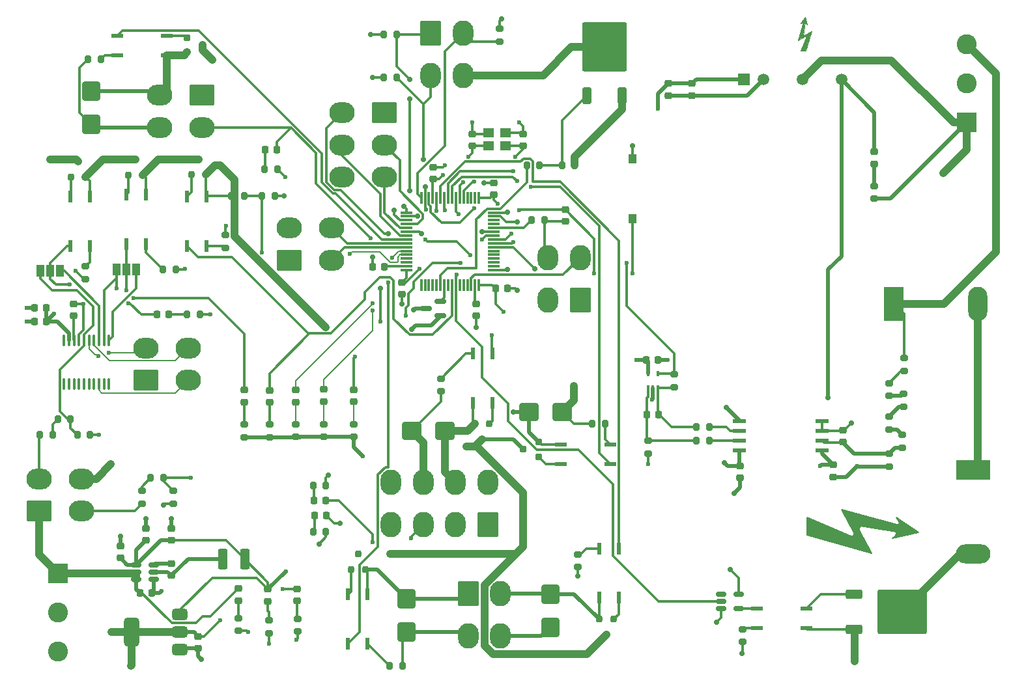
<source format=gbr>
%TF.GenerationSoftware,KiCad,Pcbnew,8.0.0*%
%TF.CreationDate,2024-07-10T23:18:01-07:00*%
%TF.ProjectId,main_relay_board,6d61696e-5f72-4656-9c61-795f626f6172,rev?*%
%TF.SameCoordinates,Original*%
%TF.FileFunction,Copper,L1,Top*%
%TF.FilePolarity,Positive*%
%FSLAX46Y46*%
G04 Gerber Fmt 4.6, Leading zero omitted, Abs format (unit mm)*
G04 Created by KiCad (PCBNEW 8.0.0) date 2024-07-10 23:18:01*
%MOMM*%
%LPD*%
G01*
G04 APERTURE LIST*
G04 Aperture macros list*
%AMRoundRect*
0 Rectangle with rounded corners*
0 $1 Rounding radius*
0 $2 $3 $4 $5 $6 $7 $8 $9 X,Y pos of 4 corners*
0 Add a 4 corners polygon primitive as box body*
4,1,4,$2,$3,$4,$5,$6,$7,$8,$9,$2,$3,0*
0 Add four circle primitives for the rounded corners*
1,1,$1+$1,$2,$3*
1,1,$1+$1,$4,$5*
1,1,$1+$1,$6,$7*
1,1,$1+$1,$8,$9*
0 Add four rect primitives between the rounded corners*
20,1,$1+$1,$2,$3,$4,$5,0*
20,1,$1+$1,$4,$5,$6,$7,0*
20,1,$1+$1,$6,$7,$8,$9,0*
20,1,$1+$1,$8,$9,$2,$3,0*%
G04 Aperture macros list end*
%TA.AperFunction,EtchedComponent*%
%ADD10C,0.200000*%
%TD*%
%TA.AperFunction,EtchedComponent*%
%ADD11C,0.100000*%
%TD*%
%TA.AperFunction,SMDPad,CuDef*%
%ADD12RoundRect,0.200000X-0.275000X0.200000X-0.275000X-0.200000X0.275000X-0.200000X0.275000X0.200000X0*%
%TD*%
%TA.AperFunction,SMDPad,CuDef*%
%ADD13RoundRect,0.218750X0.256250X-0.218750X0.256250X0.218750X-0.256250X0.218750X-0.256250X-0.218750X0*%
%TD*%
%TA.AperFunction,SMDPad,CuDef*%
%ADD14RoundRect,0.225000X-0.250000X0.225000X-0.250000X-0.225000X0.250000X-0.225000X0.250000X0.225000X0*%
%TD*%
%TA.AperFunction,SMDPad,CuDef*%
%ADD15RoundRect,0.225000X-0.225000X-0.250000X0.225000X-0.250000X0.225000X0.250000X-0.225000X0.250000X0*%
%TD*%
%TA.AperFunction,SMDPad,CuDef*%
%ADD16RoundRect,0.225000X0.250000X-0.225000X0.250000X0.225000X-0.250000X0.225000X-0.250000X-0.225000X0*%
%TD*%
%TA.AperFunction,SMDPad,CuDef*%
%ADD17RoundRect,0.100000X-0.100000X0.637500X-0.100000X-0.637500X0.100000X-0.637500X0.100000X0.637500X0*%
%TD*%
%TA.AperFunction,SMDPad,CuDef*%
%ADD18RoundRect,0.200000X0.275000X-0.200000X0.275000X0.200000X-0.275000X0.200000X-0.275000X-0.200000X0*%
%TD*%
%TA.AperFunction,SMDPad,CuDef*%
%ADD19RoundRect,0.218750X-0.218750X-0.256250X0.218750X-0.256250X0.218750X0.256250X-0.218750X0.256250X0*%
%TD*%
%TA.AperFunction,SMDPad,CuDef*%
%ADD20RoundRect,0.250000X-0.900000X1.000000X-0.900000X-1.000000X0.900000X-1.000000X0.900000X1.000000X0*%
%TD*%
%TA.AperFunction,SMDPad,CuDef*%
%ADD21R,0.600000X1.500000*%
%TD*%
%TA.AperFunction,SMDPad,CuDef*%
%ADD22RoundRect,0.200000X-0.200000X-0.275000X0.200000X-0.275000X0.200000X0.275000X-0.200000X0.275000X0*%
%TD*%
%TA.AperFunction,ComponentPad*%
%ADD23RoundRect,0.250001X1.099999X1.399999X-1.099999X1.399999X-1.099999X-1.399999X1.099999X-1.399999X0*%
%TD*%
%TA.AperFunction,ComponentPad*%
%ADD24O,2.700000X3.300000*%
%TD*%
%TA.AperFunction,SMDPad,CuDef*%
%ADD25RoundRect,0.150000X0.587500X0.150000X-0.587500X0.150000X-0.587500X-0.150000X0.587500X-0.150000X0*%
%TD*%
%TA.AperFunction,SMDPad,CuDef*%
%ADD26RoundRect,0.218750X0.218750X0.256250X-0.218750X0.256250X-0.218750X-0.256250X0.218750X-0.256250X0*%
%TD*%
%TA.AperFunction,SMDPad,CuDef*%
%ADD27RoundRect,0.250000X-0.375000X-1.075000X0.375000X-1.075000X0.375000X1.075000X-0.375000X1.075000X0*%
%TD*%
%TA.AperFunction,SMDPad,CuDef*%
%ADD28RoundRect,0.200000X0.200000X0.275000X-0.200000X0.275000X-0.200000X-0.275000X0.200000X-0.275000X0*%
%TD*%
%TA.AperFunction,SMDPad,CuDef*%
%ADD29R,1.500000X0.600000*%
%TD*%
%TA.AperFunction,SMDPad,CuDef*%
%ADD30RoundRect,0.250000X1.000000X0.900000X-1.000000X0.900000X-1.000000X-0.900000X1.000000X-0.900000X0*%
%TD*%
%TA.AperFunction,SMDPad,CuDef*%
%ADD31RoundRect,0.150000X-0.512500X-0.150000X0.512500X-0.150000X0.512500X0.150000X-0.512500X0.150000X0*%
%TD*%
%TA.AperFunction,SMDPad,CuDef*%
%ADD32RoundRect,0.200000X0.200000X-0.250000X0.200000X0.250000X-0.200000X0.250000X-0.200000X-0.250000X0*%
%TD*%
%TA.AperFunction,SMDPad,CuDef*%
%ADD33R,1.400000X1.200000*%
%TD*%
%TA.AperFunction,ComponentPad*%
%ADD34RoundRect,0.250001X-1.399999X1.099999X-1.399999X-1.099999X1.399999X-1.099999X1.399999X1.099999X0*%
%TD*%
%TA.AperFunction,ComponentPad*%
%ADD35O,3.300000X2.700000*%
%TD*%
%TA.AperFunction,SMDPad,CuDef*%
%ADD36RoundRect,0.225000X0.225000X0.250000X-0.225000X0.250000X-0.225000X-0.250000X0.225000X-0.250000X0*%
%TD*%
%TA.AperFunction,SMDPad,CuDef*%
%ADD37RoundRect,0.250000X-1.000000X-0.900000X1.000000X-0.900000X1.000000X0.900000X-1.000000X0.900000X0*%
%TD*%
%TA.AperFunction,SMDPad,CuDef*%
%ADD38R,1.000000X1.250000*%
%TD*%
%TA.AperFunction,ComponentPad*%
%ADD39RoundRect,0.250001X-1.099999X-1.399999X1.099999X-1.399999X1.099999X1.399999X-1.099999X1.399999X0*%
%TD*%
%TA.AperFunction,ComponentPad*%
%ADD40R,2.600000X2.600000*%
%TD*%
%TA.AperFunction,ComponentPad*%
%ADD41C,2.600000*%
%TD*%
%TA.AperFunction,SMDPad,CuDef*%
%ADD42RoundRect,0.075000X-0.075000X0.700000X-0.075000X-0.700000X0.075000X-0.700000X0.075000X0.700000X0*%
%TD*%
%TA.AperFunction,SMDPad,CuDef*%
%ADD43RoundRect,0.075000X-0.700000X0.075000X-0.700000X-0.075000X0.700000X-0.075000X0.700000X0.075000X0*%
%TD*%
%TA.AperFunction,SMDPad,CuDef*%
%ADD44R,1.000000X1.500000*%
%TD*%
%TA.AperFunction,ComponentPad*%
%ADD45R,1.500000X1.500000*%
%TD*%
%TA.AperFunction,ComponentPad*%
%ADD46C,1.500000*%
%TD*%
%TA.AperFunction,ComponentPad*%
%ADD47R,4.500000X2.500000*%
%TD*%
%TA.AperFunction,ComponentPad*%
%ADD48O,4.500000X2.500000*%
%TD*%
%TA.AperFunction,SMDPad,CuDef*%
%ADD49RoundRect,0.200000X-0.200000X0.250000X-0.200000X-0.250000X0.200000X-0.250000X0.200000X0.250000X0*%
%TD*%
%TA.AperFunction,SMDPad,CuDef*%
%ADD50RoundRect,0.100000X0.100000X-0.225000X0.100000X0.225000X-0.100000X0.225000X-0.100000X-0.225000X0*%
%TD*%
%TA.AperFunction,SMDPad,CuDef*%
%ADD51R,1.701800X0.558800*%
%TD*%
%TA.AperFunction,ComponentPad*%
%ADD52RoundRect,0.250001X1.399999X-1.099999X1.399999X1.099999X-1.399999X1.099999X-1.399999X-1.099999X0*%
%TD*%
%TA.AperFunction,ComponentPad*%
%ADD53R,2.500000X4.500000*%
%TD*%
%TA.AperFunction,ComponentPad*%
%ADD54O,2.500000X4.500000*%
%TD*%
%TA.AperFunction,SMDPad,CuDef*%
%ADD55RoundRect,0.200000X-0.250000X-0.200000X0.250000X-0.200000X0.250000X0.200000X-0.250000X0.200000X0*%
%TD*%
%TA.AperFunction,SMDPad,CuDef*%
%ADD56RoundRect,0.250000X-0.850000X-0.350000X0.850000X-0.350000X0.850000X0.350000X-0.850000X0.350000X0*%
%TD*%
%TA.AperFunction,SMDPad,CuDef*%
%ADD57RoundRect,0.250000X-2.950000X-2.650000X2.950000X-2.650000X2.950000X2.650000X-2.950000X2.650000X0*%
%TD*%
%TA.AperFunction,SMDPad,CuDef*%
%ADD58RoundRect,0.250000X0.350000X-0.850000X0.350000X0.850000X-0.350000X0.850000X-0.350000X-0.850000X0*%
%TD*%
%TA.AperFunction,SMDPad,CuDef*%
%ADD59RoundRect,0.250000X2.650000X-2.950000X2.650000X2.950000X-2.650000X2.950000X-2.650000X-2.950000X0*%
%TD*%
%TA.AperFunction,SMDPad,CuDef*%
%ADD60RoundRect,0.375000X0.625000X0.375000X-0.625000X0.375000X-0.625000X-0.375000X0.625000X-0.375000X0*%
%TD*%
%TA.AperFunction,SMDPad,CuDef*%
%ADD61RoundRect,0.500000X0.500000X1.400000X-0.500000X1.400000X-0.500000X-1.400000X0.500000X-1.400000X0*%
%TD*%
%TA.AperFunction,SMDPad,CuDef*%
%ADD62RoundRect,0.200000X0.250000X0.200000X-0.250000X0.200000X-0.250000X-0.200000X0.250000X-0.200000X0*%
%TD*%
%TA.AperFunction,ViaPad*%
%ADD63C,0.700000*%
%TD*%
%TA.AperFunction,ViaPad*%
%ADD64C,0.600000*%
%TD*%
%TA.AperFunction,Conductor*%
%ADD65C,1.000000*%
%TD*%
%TA.AperFunction,Conductor*%
%ADD66C,0.500000*%
%TD*%
%TA.AperFunction,Conductor*%
%ADD67C,0.300000*%
%TD*%
%TA.AperFunction,Conductor*%
%ADD68C,0.200000*%
%TD*%
G04 APERTURE END LIST*
D10*
%TO.C,REF\u002A\u002A*%
X204981813Y-109359499D02*
X204681813Y-109779499D01*
X204414188Y-109290374D01*
X204981813Y-109359499D01*
%TA.AperFunction,EtchedComponent*%
G36*
X204981813Y-109359499D02*
G01*
X204681813Y-109779499D01*
X204414188Y-109290374D01*
X204981813Y-109359499D01*
G37*
%TD.AperFunction*%
X212462813Y-110242875D02*
X209501813Y-110679499D01*
X209941813Y-108839499D01*
X212462813Y-110242875D01*
%TA.AperFunction,EtchedComponent*%
G36*
X212462813Y-110242875D02*
G01*
X209501813Y-110679499D01*
X209941813Y-108839499D01*
X212462813Y-110242875D01*
G37*
%TD.AperFunction*%
X204461813Y-111052499D02*
X203828339Y-110792181D01*
X204151813Y-110429499D01*
X204461813Y-111052499D01*
%TA.AperFunction,EtchedComponent*%
G36*
X204461813Y-111052499D02*
G01*
X203828339Y-110792181D01*
X204151813Y-110429499D01*
X204461813Y-111052499D01*
G37*
%TD.AperFunction*%
X203828339Y-110792181D02*
X203821813Y-110799499D01*
X203821813Y-110789499D01*
X203828339Y-110792181D01*
%TA.AperFunction,EtchedComponent*%
G36*
X203828339Y-110792181D02*
G01*
X203821813Y-110799499D01*
X203821813Y-110789499D01*
X203828339Y-110792181D01*
G37*
%TD.AperFunction*%
X210224438Y-109385625D02*
X209557688Y-108290249D01*
X212462813Y-110242875D01*
X209033814Y-110957249D01*
X210081563Y-110195250D01*
X204414188Y-109290374D01*
X206366814Y-112957500D01*
X197937188Y-110576250D01*
X197937188Y-108242625D01*
X204461813Y-111052499D01*
X202413938Y-107242500D01*
X210224438Y-109385625D01*
%TA.AperFunction,EtchedComponent*%
G36*
X210224438Y-109385625D02*
G01*
X209557688Y-108290249D01*
X212462813Y-110242875D01*
X209033814Y-110957249D01*
X210081563Y-110195250D01*
X204414188Y-109290374D01*
X206366814Y-112957500D01*
X197937188Y-110576250D01*
X197937188Y-108242625D01*
X204461813Y-111052499D01*
X202413938Y-107242500D01*
X210224438Y-109385625D01*
G37*
%TD.AperFunction*%
X197917615Y-45851297D02*
X197717615Y-45601297D01*
X197807615Y-43971297D02*
X197297615Y-43881297D01*
X197597615Y-45606297D02*
X197397615Y-45356297D01*
D11*
X197936938Y-44178557D02*
X197704104Y-43858411D01*
X197427615Y-45590109D01*
X198548125Y-44993474D01*
X197820521Y-47569193D01*
X197107469Y-47569193D01*
X197966042Y-45575557D01*
X196801875Y-46201297D01*
X197456719Y-43814755D01*
X197122021Y-44018484D01*
X197718657Y-43130807D01*
X197936938Y-44178557D01*
%TA.AperFunction,EtchedComponent*%
G36*
X197936938Y-44178557D02*
G01*
X197704104Y-43858411D01*
X197427615Y-45590109D01*
X198548125Y-44993474D01*
X197820521Y-47569193D01*
X197107469Y-47569193D01*
X197966042Y-45575557D01*
X196801875Y-46201297D01*
X197456719Y-43814755D01*
X197122021Y-44018484D01*
X197718657Y-43130807D01*
X197936938Y-44178557D01*
G37*
%TD.AperFunction*%
%TD*%
D12*
%TO.P,R718,1*%
%TO.N,Net-(D701-K)*%
X206675000Y-65175000D03*
%TO.P,R718,2*%
%TO.N,HSGND*%
X206675000Y-66825000D03*
%TD*%
D13*
%TO.P,D701,1,K*%
%TO.N,Net-(D701-K)*%
X206680000Y-62267500D03*
%TO.P,D701,2,A*%
%TO.N,HS+5V*%
X206680000Y-60692500D03*
%TD*%
D14*
%TO.P,C702,1*%
%TO.N,+5V*%
X179900000Y-51825000D03*
%TO.P,C702,2*%
%TO.N,GND*%
X179900000Y-53375000D03*
%TD*%
D15*
%TO.P,C706,1*%
%TO.N,Net-(U703-+)*%
X177125000Y-94900000D03*
%TO.P,C706,2*%
%TO.N,Net-(U703--)*%
X178675000Y-94900000D03*
%TD*%
D16*
%TO.P,C705,1*%
%TO.N,Net-(U702-VIN)*%
X202600000Y-98475000D03*
%TO.P,C705,2*%
%TO.N,HSGND*%
X202600000Y-96925000D03*
%TD*%
D14*
%TO.P,C701,1*%
%TO.N,+5V*%
X183000000Y-51825000D03*
%TO.P,C701,2*%
%TO.N,GND*%
X183000000Y-53375000D03*
%TD*%
D13*
%TO.P,D505,1,K*%
%TO.N,Net-(D505-K)*%
X124800000Y-93281000D03*
%TO.P,D505,2,A*%
%TO.N,BMS_OK_FINAL*%
X124800000Y-91706000D03*
%TD*%
D17*
%TO.P,U401,1,PD4*%
%TO.N,BMS_OK_LATCHED*%
X107218000Y-85207000D03*
%TO.P,U401,2,PD5*%
%TO.N,BMS_OUT1*%
X106568000Y-85207000D03*
%TO.P,U401,3,PD6*%
%TO.N,IMD_OK_LATCHED*%
X105918000Y-85207000D03*
%TO.P,U401,4,NRST*%
%TO.N,STM8_NRST*%
X105268000Y-85207000D03*
%TO.P,U401,5,PA1*%
%TO.N,LATCH_RST*%
X104618000Y-85207000D03*
%TO.P,U401,6,PA2*%
%TO.N,IMD_OK*%
X103968000Y-85207000D03*
%TO.P,U401,7,VSS*%
%TO.N,GND*%
X103318000Y-85207000D03*
%TO.P,U401,8,VCAP*%
%TO.N,Net-(U401-VCAP)*%
X102668000Y-85207000D03*
%TO.P,U401,9,VDD*%
%TO.N,+3V3*%
X102018000Y-85207000D03*
%TO.P,U401,10,PA3*%
%TO.N,unconnected-(U401-PA3-Pad10)*%
X101368000Y-85207000D03*
%TO.P,U401,11,PB5*%
%TO.N,unconnected-(U401-PB5-Pad11)*%
X101368000Y-90932000D03*
%TO.P,U401,12,PB4*%
%TO.N,unconnected-(U401-PB4-Pad12)*%
X102018000Y-90932000D03*
%TO.P,U401,13,PC3*%
%TO.N,unconnected-(U401-PC3-Pad13)*%
X102668000Y-90932000D03*
%TO.P,U401,14,PC4*%
%TO.N,unconnected-(U401-PC4-Pad14)*%
X103318000Y-90932000D03*
%TO.P,U401,15,PC5*%
%TO.N,unconnected-(U401-PC5-Pad15)*%
X103968000Y-90932000D03*
%TO.P,U401,16,PC6*%
%TO.N,unconnected-(U401-PC6-Pad16)*%
X104618000Y-90932000D03*
%TO.P,U401,17,PC7*%
%TO.N,unconnected-(U401-PC7-Pad17)*%
X105268000Y-90932000D03*
%TO.P,U401,18,PD1*%
%TO.N,SWIM*%
X105918000Y-90932000D03*
%TO.P,U401,19,PD2*%
%TO.N,unconnected-(U401-PD2-Pad19)*%
X106568000Y-90932000D03*
%TO.P,U401,20,PD3*%
%TO.N,unconnected-(U401-PD3-Pad20)*%
X107218000Y-90932000D03*
%TD*%
D18*
%TO.P,R303,1*%
%TO.N,IMD_IO_H*%
X111506000Y-106489000D03*
%TO.P,R303,2*%
%TO.N,Net-(R303-Pad2)*%
X111506000Y-104839000D03*
%TD*%
D19*
%TO.P,D509,1,K*%
%TO.N,Net-(D509-K)*%
X133925000Y-108000000D03*
%TO.P,D509,2,A*%
%TO.N,HVC-_AUX*%
X135500000Y-108000000D03*
%TD*%
D20*
%TO.P,D603,1,K*%
%TO.N,CHRG+_PWR*%
X145914000Y-118890000D03*
%TO.P,D603,2,A*%
%TO.N,GND*%
X145914000Y-123190000D03*
%TD*%
D21*
%TO.P,OC401,1*%
%TO.N,IMD_OK_FINAL*%
X102162000Y-72958000D03*
%TO.P,OC401,2*%
%TO.N,Net-(OC401-Pad2)*%
X104702000Y-72958000D03*
%TO.P,OC401,3*%
%TO.N,Net-(Q401-S)*%
X104702000Y-66548000D03*
%TO.P,OC401,4*%
%TO.N,Net-(Q401-G)*%
X102162000Y-66548000D03*
%TD*%
D16*
%TO.P,C205,1*%
%TO.N,+5V*%
X108712000Y-113564000D03*
%TO.P,C205,2*%
%TO.N,GND*%
X108712000Y-112014000D03*
%TD*%
D13*
%TO.P,D501,1,K*%
%TO.N,Net-(D501-K)*%
X124015000Y-119113000D03*
%TO.P,D501,2,A*%
%TO.N,+24V*%
X124015000Y-117538000D03*
%TD*%
D22*
%TO.P,R606,1*%
%TO.N,PUMP_EN*%
X161546000Y-62434000D03*
%TO.P,R606,2*%
%TO.N,Net-(Q606-G)*%
X163196000Y-62434000D03*
%TD*%
D23*
%TO.P,J108,1,Pin_1*%
%TO.N,SWO*%
X168470000Y-79958000D03*
D24*
%TO.P,J108,2,Pin_2*%
%TO.N,SWDCLK*%
X164270000Y-79958000D03*
%TO.P,J108,3,Pin_3*%
%TO.N,SWDIO*%
X168470000Y-74458000D03*
%TO.P,J108,4,Pin_4*%
%TO.N,GND*%
X164270000Y-74458000D03*
%TD*%
D25*
%TO.P,U302,1,V_{DD}*%
%TO.N,+3V3*%
X150289500Y-82055000D03*
%TO.P,U302,2,V_{OUT}*%
%TO.N,TEMP_A*%
X150289500Y-80155000D03*
%TO.P,U302,3,GND*%
%TO.N,GND*%
X148414500Y-81105000D03*
%TD*%
D26*
%TO.P,D504,1,K*%
%TO.N,Net-(D504-K)*%
X115000000Y-81900000D03*
%TO.P,D504,2,A*%
%TO.N,IMD_OK_FINAL*%
X113425000Y-81900000D03*
%TD*%
D13*
%TO.P,D506,1,K*%
%TO.N,Net-(D506-K)*%
X128100000Y-93303500D03*
%TO.P,D506,2,A*%
%TO.N,MCU_OK*%
X128100000Y-91728500D03*
%TD*%
D16*
%TO.P,C403,1*%
%TO.N,Net-(U401-VCAP)*%
X102616000Y-82055000D03*
%TO.P,C403,2*%
%TO.N,GND*%
X102616000Y-80505000D03*
%TD*%
D20*
%TO.P,D604,1,K*%
%TO.N,CHRG-_PWR*%
X164592000Y-118246000D03*
%TO.P,D604,2,A*%
%TO.N,GND*%
X164592000Y-122546000D03*
%TD*%
D27*
%TO.P,L201,1*%
%TO.N,Net-(U201-SW)*%
X122044000Y-113668000D03*
%TO.P,L201,2*%
%TO.N,+5V*%
X124844000Y-113668000D03*
%TD*%
D22*
%TO.P,R304,1*%
%TO.N,Net-(R303-Pad2)*%
X112650000Y-103124000D03*
%TO.P,R304,2*%
%TO.N,Net-(U301-PB7)*%
X114300000Y-103124000D03*
%TD*%
D12*
%TO.P,R703,1*%
%TO.N,Net-(R702-Pad2)*%
X208584800Y-90805000D03*
%TO.P,R703,2*%
%TO.N,Net-(R703-Pad2)*%
X208584800Y-92455000D03*
%TD*%
D15*
%TO.P,C201,1*%
%TO.N,+24V*%
X111226000Y-118110000D03*
%TO.P,C201,2*%
%TO.N,GND*%
X112776000Y-118110000D03*
%TD*%
D12*
%TO.P,R705,1*%
%TO.N,Net-(R704-Pad2)*%
X208584800Y-95186000D03*
%TO.P,R705,2*%
%TO.N,Net-(R705-Pad2)*%
X208584800Y-96836000D03*
%TD*%
D28*
%TO.P,R605,1*%
%TO.N,Net-(OC605-Pad2)*%
X106147000Y-48650000D03*
%TO.P,R605,2*%
%TO.N,GND*%
X104497000Y-48650000D03*
%TD*%
%TO.P,R710,1*%
%TO.N,VDIFFP*%
X185229000Y-98298000D03*
%TO.P,R710,2*%
%TO.N,Net-(U703-+)*%
X183579000Y-98298000D03*
%TD*%
D29*
%TO.P,OC701,1*%
%TO.N,Net-(OC701-Pad1)*%
X191456000Y-120142000D03*
%TO.P,OC701,2*%
%TO.N,Net-(OC701-Pad2)*%
X191456000Y-122682000D03*
%TO.P,OC701,3*%
%TO.N,HSGND*%
X197866000Y-122682000D03*
%TO.P,OC701,4*%
%TO.N,Net-(Q701-G)*%
X197866000Y-120142000D03*
%TD*%
D12*
%TO.P,R704,1*%
%TO.N,Net-(R703-Pad2)*%
X210503000Y-92202000D03*
%TO.P,R704,2*%
%TO.N,Net-(R704-Pad2)*%
X210503000Y-93852000D03*
%TD*%
D30*
%TO.P,D601,1,K*%
%TO.N,HVC+_PWR*%
X150882000Y-97027000D03*
%TO.P,D601,2,A*%
%TO.N,GND*%
X146582000Y-97027000D03*
%TD*%
D31*
%TO.P,U704,1,NC*%
%TO.N,unconnected-(U704-NC-Pad1)*%
X186761000Y-118242000D03*
%TO.P,U704,2*%
%TO.N,SAFETY_LOOP_ST*%
X186761000Y-119192000D03*
%TO.P,U704,3,GND*%
%TO.N,GND*%
X186761000Y-120142000D03*
%TO.P,U704,4*%
%TO.N,Net-(OC701-Pad1)*%
X189036000Y-120142000D03*
%TO.P,U704,5,VCC*%
%TO.N,+3V3*%
X189036000Y-118242000D03*
%TD*%
D21*
%TO.P,OC402,1*%
%TO.N,BMS_OK_FINAL*%
X109474000Y-72704000D03*
%TO.P,OC402,2*%
%TO.N,Net-(OC402-Pad2)*%
X112014000Y-72704000D03*
%TO.P,OC402,3*%
%TO.N,Net-(Q402-S)*%
X112014000Y-66294000D03*
%TO.P,OC402,4*%
%TO.N,Net-(Q402-G)*%
X109474000Y-66294000D03*
%TD*%
%TO.P,OC403,1*%
%TO.N,MCU_OK*%
X117348000Y-72958000D03*
%TO.P,OC403,2*%
%TO.N,Net-(OC403-Pad2)*%
X119888000Y-72958000D03*
%TO.P,OC403,3*%
%TO.N,SAFETY_LOOP_OUT*%
X119888000Y-66548000D03*
%TO.P,OC403,4*%
%TO.N,Net-(Q403-G)*%
X117348000Y-66548000D03*
%TD*%
D22*
%TO.P,R508,1*%
%TO.N,Net-(D508-K)*%
X133775000Y-104110000D03*
%TO.P,R508,2*%
%TO.N,GND*%
X135425000Y-104110000D03*
%TD*%
D12*
%TO.P,R502,1*%
%TO.N,Net-(D502-K)*%
X128016000Y-121666000D03*
%TO.P,R502,2*%
%TO.N,GND*%
X128016000Y-123316000D03*
%TD*%
D32*
%TO.P,Q603,1,G*%
%TO.N,Net-(Q603-G)*%
X138666000Y-115041000D03*
%TO.P,Q603,2,S*%
%TO.N,CHRG+_PWR*%
X140566000Y-115041000D03*
%TO.P,Q603,3,D*%
%TO.N,SAFETY_LOOP_OUT*%
X139616000Y-113041000D03*
%TD*%
D33*
%TO.P,Y301,1,1*%
%TO.N,Net-(U301-PH1)*%
X156550000Y-59944000D03*
%TO.P,Y301,2,2*%
%TO.N,GND*%
X158750000Y-59944000D03*
%TO.P,Y301,3,3*%
%TO.N,Net-(U301-PH0)*%
X158750000Y-58244000D03*
%TO.P,Y301,4,4*%
%TO.N,GND*%
X156550000Y-58244000D03*
%TD*%
D34*
%TO.P,J105,1,Pin_1*%
%TO.N,+3V3*%
X119292000Y-53340000D03*
D35*
%TO.P,J105,2,Pin_2*%
%TO.N,PRECHRG_AUX*%
X119292000Y-57540000D03*
%TO.P,J105,3,Pin_3*%
%TO.N,PRECHRG_PWR*%
X113792000Y-53340000D03*
%TO.P,J105,4,Pin_4*%
%TO.N,GND*%
X113792000Y-57540000D03*
%TD*%
D12*
%TO.P,R507,1*%
%TO.N,Net-(D507-K)*%
X139045500Y-96140000D03*
%TO.P,R507,2*%
%TO.N,GND*%
X139045500Y-97790000D03*
%TD*%
D36*
%TO.P,C401,1*%
%TO.N,+3V3*%
X99060000Y-82804000D03*
%TO.P,C401,2*%
%TO.N,GND*%
X97510000Y-82804000D03*
%TD*%
D22*
%TO.P,R409,1*%
%TO.N,IMD_OK*%
X103124000Y-97536000D03*
%TO.P,R409,2*%
%TO.N,GND*%
X104774000Y-97536000D03*
%TD*%
D12*
%TO.P,R102,1*%
%TO.N,+3V3*%
X157988000Y-44704000D03*
%TO.P,R102,2*%
%TO.N,BMS_OUT2*%
X157988000Y-46354000D03*
%TD*%
D14*
%TO.P,C206,1*%
%TO.N,+3V3*%
X118793000Y-123748000D03*
%TO.P,C206,2*%
%TO.N,GND*%
X118793000Y-125298000D03*
%TD*%
D15*
%TO.P,C707,1*%
%TO.N,+3V3*%
X177025000Y-87800000D03*
%TO.P,C707,2*%
%TO.N,GND*%
X178575000Y-87800000D03*
%TD*%
D22*
%TO.P,R607,1*%
%TO.N,Net-(Q606-G)*%
X166118000Y-62434000D03*
%TO.P,R607,2*%
%TO.N,GND*%
X167768000Y-62434000D03*
%TD*%
D37*
%TO.P,D602,1,K*%
%TO.N,HVC-_PWR*%
X161816000Y-94585000D03*
%TO.P,D602,2,A*%
%TO.N,GND*%
X166116000Y-94585000D03*
%TD*%
D12*
%TO.P,R503,1*%
%TO.N,Net-(D503-K)*%
X131739358Y-121475000D03*
%TO.P,R503,2*%
%TO.N,GND*%
X131739358Y-123125000D03*
%TD*%
D14*
%TO.P,C703,1*%
%TO.N,HS+5V*%
X201371200Y-101460000D03*
%TO.P,C703,2*%
%TO.N,HSGND*%
X201371200Y-103010000D03*
%TD*%
D19*
%TO.P,D510,1,K*%
%TO.N,Net-(D510-K)*%
X127482500Y-60452000D03*
%TO.P,D510,2,A*%
%TO.N,PRECHRG_AUX*%
X129057500Y-60452000D03*
%TD*%
D36*
%TO.P,C308,1*%
%TO.N,Net-(U301-VCAP_1)*%
X143015000Y-75692000D03*
%TO.P,C308,2*%
%TO.N,GND*%
X141465000Y-75692000D03*
%TD*%
D22*
%TO.P,R603,1*%
%TO.N,Net-(OC603-Pad2)*%
X143697000Y-127605000D03*
%TO.P,R603,2*%
%TO.N,GND*%
X145347000Y-127605000D03*
%TD*%
%TO.P,R408,1*%
%TO.N,Net-(R407-Pad2)*%
X100584000Y-95504000D03*
%TO.P,R408,2*%
%TO.N,IMD_OK*%
X102234000Y-95504000D03*
%TD*%
D13*
%TO.P,D512,1,K*%
%TO.N,Net-(D512-K)*%
X135165500Y-93183000D03*
%TO.P,D512,2,A*%
%TO.N,DEBUG_2*%
X135165500Y-91608000D03*
%TD*%
D14*
%TO.P,C309,1*%
%TO.N,Net-(U301-NRST)*%
X166500000Y-68225000D03*
%TO.P,C309,2*%
%TO.N,GND*%
X166500000Y-69775000D03*
%TD*%
D38*
%TO.P,SW301,1,1*%
%TO.N,GND*%
X175300000Y-61650000D03*
%TO.P,SW301,2,2*%
%TO.N,Net-(U301-NRST)*%
X175300000Y-69400000D03*
%TD*%
D39*
%TO.P,J106,1,Pin_1*%
%TO.N,CHRG+_PWR*%
X153906000Y-118198000D03*
D24*
%TO.P,J106,2,Pin_2*%
%TO.N,CHRG-_PWR*%
X158106000Y-118198000D03*
%TO.P,J106,3,Pin_3*%
%TO.N,GND*%
X153906000Y-123698000D03*
%TO.P,J106,4,Pin_4*%
X158106000Y-123698000D03*
%TD*%
D12*
%TO.P,R512,1*%
%TO.N,Net-(D512-K)*%
X135128000Y-96140000D03*
%TO.P,R512,2*%
%TO.N,GND*%
X135128000Y-97790000D03*
%TD*%
D21*
%TO.P,OC604,1*%
%TO.N,CHRG-_EN*%
X173478000Y-112305000D03*
%TO.P,OC604,2*%
%TO.N,Net-(OC604-Pad2)*%
X170938000Y-112305000D03*
%TO.P,OC604,3*%
%TO.N,CHRG-_PWR*%
X170938000Y-118715000D03*
%TO.P,OC604,4*%
%TO.N,Net-(Q604-G)*%
X173478000Y-118715000D03*
%TD*%
D13*
%TO.P,D503,1,K*%
%TO.N,Net-(D503-K)*%
X131676358Y-119126000D03*
%TO.P,D503,2,A*%
%TO.N,+3V3*%
X131676358Y-117551000D03*
%TD*%
D12*
%TO.P,R707,1*%
%TO.N,Net-(U702-VIN)*%
X208584800Y-100012000D03*
%TO.P,R707,2*%
%TO.N,HSGND*%
X208584800Y-101662000D03*
%TD*%
D23*
%TO.P,J104,1,Pin_1*%
%TO.N,+3V3*%
X156464000Y-109229000D03*
D24*
%TO.P,J104,2,Pin_2*%
X152264000Y-109229000D03*
%TO.P,J104,3,Pin_3*%
%TO.N,HVC+_AUX*%
X148064000Y-109229000D03*
%TO.P,J104,4,Pin_4*%
%TO.N,HVC-_AUX*%
X143864000Y-109229000D03*
%TO.P,J104,5,Pin_5*%
%TO.N,HVC-_PWR*%
X156464000Y-103729000D03*
%TO.P,J104,6,Pin_6*%
%TO.N,HVC+_PWR*%
X152264000Y-103729000D03*
%TO.P,J104,7,Pin_7*%
%TO.N,GND*%
X148064000Y-103729000D03*
%TO.P,J104,8,Pin_8*%
X143864000Y-103729000D03*
%TD*%
D31*
%TO.P,U201,1,FB*%
%TO.N,+5V*%
X110755000Y-114432000D03*
%TO.P,U201,2,EN*%
%TO.N,+24V*%
X110755000Y-115382000D03*
%TO.P,U201,3,IN*%
X110755000Y-116332000D03*
%TO.P,U201,4,GND*%
%TO.N,GND*%
X113030000Y-116332000D03*
%TO.P,U201,5,SW*%
%TO.N,Net-(U201-SW)*%
X113030000Y-115382000D03*
%TO.P,U201,6,BST*%
%TO.N,Net-(U201-BST)*%
X113030000Y-114432000D03*
%TD*%
D36*
%TO.P,C402,1*%
%TO.N,+3V3*%
X99073000Y-81026000D03*
%TO.P,C402,2*%
%TO.N,GND*%
X97523000Y-81026000D03*
%TD*%
D14*
%TO.P,C306,1*%
%TO.N,GND*%
X154432000Y-58394000D03*
%TO.P,C306,2*%
%TO.N,Net-(U301-PH1)*%
X154432000Y-59944000D03*
%TD*%
D12*
%TO.P,R706,1*%
%TO.N,Net-(R705-Pad2)*%
X210312000Y-97536000D03*
%TO.P,R706,2*%
%TO.N,Net-(U702-VIN)*%
X210312000Y-99186000D03*
%TD*%
%TO.P,R601,1*%
%TO.N,Net-(OC601-Pad2)*%
X150368000Y-90204000D03*
%TO.P,R601,2*%
%TO.N,GND*%
X150368000Y-91854000D03*
%TD*%
D40*
%TO.P,J101,1,Pin_1*%
%TO.N,HSGND*%
X218694000Y-56896000D03*
D41*
%TO.P,J101,2,Pin_2*%
%TO.N,unconnected-(J101-Pin_2-Pad2)*%
X218694000Y-51816000D03*
%TO.P,J101,3,Pin_3*%
%TO.N,V_MTRCTRL*%
X218694000Y-46736000D03*
%TD*%
D12*
%TO.P,R505,1*%
%TO.N,Net-(D505-K)*%
X124800000Y-96203000D03*
%TO.P,R505,2*%
%TO.N,GND*%
X124800000Y-97853000D03*
%TD*%
D42*
%TO.P,U301,1,VBAT*%
%TO.N,+3V3*%
X155301000Y-66687000D03*
%TO.P,U301,2,PC13*%
%TO.N,unconnected-(U301-PC13-Pad2)*%
X154801000Y-66687000D03*
%TO.P,U301,3,PC14*%
%TO.N,unconnected-(U301-PC14-Pad3)*%
X154301000Y-66687000D03*
%TO.P,U301,4,PC15*%
%TO.N,unconnected-(U301-PC15-Pad4)*%
X153801000Y-66687000D03*
%TO.P,U301,5,PH0*%
%TO.N,Net-(U301-PH0)*%
X153301000Y-66687000D03*
%TO.P,U301,6,PH1*%
%TO.N,Net-(U301-PH1)*%
X152801000Y-66687000D03*
%TO.P,U301,7,NRST*%
%TO.N,Net-(U301-NRST)*%
X152301000Y-66687000D03*
%TO.P,U301,8,PC0*%
%TO.N,HVC-_EN*%
X151801000Y-66687000D03*
%TO.P,U301,9,PC1*%
%TO.N,HVC+_EN*%
X151301000Y-66687000D03*
%TO.P,U301,10,PC2*%
%TO.N,CHRG+_EN*%
X150801000Y-66687000D03*
%TO.P,U301,11,PC3*%
%TO.N,CHRG-_EN*%
X150301000Y-66687000D03*
%TO.P,U301,12,VSSA*%
%TO.N,GND*%
X149801000Y-66687000D03*
%TO.P,U301,13,VDDA*%
%TO.N,+3V3*%
X149301000Y-66687000D03*
%TO.P,U301,14,PA0*%
%TO.N,VSENSE_OUT*%
X148801000Y-66687000D03*
%TO.P,U301,15,PA1*%
%TO.N,BMS_OUT1*%
X148301000Y-66687000D03*
%TO.P,U301,16,PA2*%
%TO.N,BMS_OUT2*%
X147801000Y-66687000D03*
D43*
%TO.P,U301,17,PA3*%
%TO.N,BMS_OUT3*%
X145876000Y-68612000D03*
%TO.P,U301,18,VSS*%
%TO.N,GND*%
X145876000Y-69112000D03*
%TO.P,U301,19,VDD*%
%TO.N,+3V3*%
X145876000Y-69612000D03*
%TO.P,U301,20,PA4*%
%TO.N,NSS_SPI1*%
X145876000Y-70112000D03*
%TO.P,U301,21,PA5*%
%TO.N,CLK_SPI1*%
X145876000Y-70612000D03*
%TO.P,U301,22,PA6*%
%TO.N,MISO_SPI1*%
X145876000Y-71112000D03*
%TO.P,U301,23,PA7*%
%TO.N,MOSI_SPI1*%
X145876000Y-71612000D03*
%TO.P,U301,24,PC4*%
%TO.N,PRECHRG_EN*%
X145876000Y-72112000D03*
%TO.P,U301,25,PC5*%
%TO.N,IGNITION_SW*%
X145876000Y-72612000D03*
%TO.P,U301,26,PB0*%
%TO.N,CHARGE_SW*%
X145876000Y-73112000D03*
%TO.P,U301,27,PB1*%
%TO.N,DEBUG_1*%
X145876000Y-73612000D03*
%TO.P,U301,28,PB2*%
%TO.N,DEBUG_2*%
X145876000Y-74112000D03*
%TO.P,U301,29,PB10*%
%TO.N,unconnected-(U301-PB10-Pad29)*%
X145876000Y-74612000D03*
%TO.P,U301,30,PB11*%
%TO.N,unconnected-(U301-PB11-Pad30)*%
X145876000Y-75112000D03*
%TO.P,U301,31,VCAP_1*%
%TO.N,Net-(U301-VCAP_1)*%
X145876000Y-75612000D03*
%TO.P,U301,32,VDD*%
%TO.N,+3V3*%
X145876000Y-76112000D03*
D42*
%TO.P,U301,33,PB12*%
%TO.N,unconnected-(U301-PB12-Pad33)*%
X147801000Y-78037000D03*
%TO.P,U301,34,PB13*%
%TO.N,unconnected-(U301-PB13-Pad34)*%
X148301000Y-78037000D03*
%TO.P,U301,35,PB14*%
%TO.N,unconnected-(U301-PB14-Pad35)*%
X148801000Y-78037000D03*
%TO.P,U301,36,PB15*%
%TO.N,unconnected-(U301-PB15-Pad36)*%
X149301000Y-78037000D03*
%TO.P,U301,37,PC6*%
%TO.N,unconnected-(U301-PC6-Pad37)*%
X149801000Y-78037000D03*
%TO.P,U301,38,PC7*%
%TO.N,PUMP_EN*%
X150301000Y-78037000D03*
%TO.P,U301,39,PC8*%
%TO.N,TEMP_A*%
X150801000Y-78037000D03*
%TO.P,U301,40,PC9*%
%TO.N,unconnected-(U301-PC9-Pad40)*%
X151301000Y-78037000D03*
%TO.P,U301,41,PA8*%
%TO.N,MCU_OK*%
X151801000Y-78037000D03*
%TO.P,U301,42,PA9*%
%TO.N,SAFETY_LOOP_ST*%
X152301000Y-78037000D03*
%TO.P,U301,43,PA10*%
%TO.N,unconnected-(U301-PA10-Pad43)*%
X152801000Y-78037000D03*
%TO.P,U301,44,PA11*%
%TO.N,unconnected-(U301-PA11-Pad44)*%
X153301000Y-78037000D03*
%TO.P,U301,45,PA12*%
%TO.N,unconnected-(U301-PA12-Pad45)*%
X153801000Y-78037000D03*
%TO.P,U301,46,PA13*%
%TO.N,SWDIO*%
X154301000Y-78037000D03*
%TO.P,U301,47,VCAP_2*%
%TO.N,Net-(U301-VCAP_2)*%
X154801000Y-78037000D03*
%TO.P,U301,48,VDD*%
%TO.N,+3V3*%
X155301000Y-78037000D03*
D43*
%TO.P,U301,49,PA14*%
%TO.N,SWDCLK*%
X157226000Y-76112000D03*
%TO.P,U301,50,PA15*%
%TO.N,unconnected-(U301-PA15-Pad50)*%
X157226000Y-75612000D03*
%TO.P,U301,51,PC10*%
%TO.N,unconnected-(U301-PC10-Pad51)*%
X157226000Y-75112000D03*
%TO.P,U301,52,PC11*%
%TO.N,unconnected-(U301-PC11-Pad52)*%
X157226000Y-74612000D03*
%TO.P,U301,53,PC12*%
%TO.N,unconnected-(U301-PC12-Pad53)*%
X157226000Y-74112000D03*
%TO.P,U301,54,PD2*%
%TO.N,unconnected-(U301-PD2-Pad54)*%
X157226000Y-73612000D03*
%TO.P,U301,55,PB3*%
%TO.N,SWO*%
X157226000Y-73112000D03*
%TO.P,U301,56,PB4*%
%TO.N,HVC+_AUX*%
X157226000Y-72612000D03*
%TO.P,U301,57,PB5*%
%TO.N,HVC-_AUX*%
X157226000Y-72112000D03*
%TO.P,U301,58,PB6*%
%TO.N,PRECHRG_AUX*%
X157226000Y-71612000D03*
%TO.P,U301,59,PB7*%
%TO.N,Net-(U301-PB7)*%
X157226000Y-71112000D03*
%TO.P,U301,60,BOOT0*%
%TO.N,Net-(U301-BOOT0)*%
X157226000Y-70612000D03*
%TO.P,U301,61,PB8*%
%TO.N,unconnected-(U301-PB8-Pad61)*%
X157226000Y-70112000D03*
%TO.P,U301,62,PB9*%
%TO.N,unconnected-(U301-PB9-Pad62)*%
X157226000Y-69612000D03*
%TO.P,U301,63,VSS*%
%TO.N,GND*%
X157226000Y-69112000D03*
%TO.P,U301,64,VDD*%
%TO.N,+3V3*%
X157226000Y-68612000D03*
%TD*%
D16*
%TO.P,C304,1*%
%TO.N,+3V3*%
X149352000Y-64275000D03*
%TO.P,C304,2*%
%TO.N,GND*%
X149352000Y-62725000D03*
%TD*%
%TO.P,C204,1*%
%TO.N,+5V*%
X112014000Y-111278000D03*
%TO.P,C204,2*%
%TO.N,GND*%
X112014000Y-109728000D03*
%TD*%
D39*
%TO.P,J102,1,Pin_1*%
%TO.N,BMS_OUT3*%
X149030000Y-45264000D03*
D24*
%TO.P,J102,2,Pin_2*%
%TO.N,BMS_OUT2*%
X153230000Y-45264000D03*
%TO.P,J102,3,Pin_3*%
%TO.N,BMS_OUT1*%
X149030000Y-50764000D03*
%TO.P,J102,4,Pin_4*%
%TO.N,PUMP_N*%
X153230000Y-50764000D03*
%TD*%
D32*
%TO.P,Q403,1,G*%
%TO.N,Net-(Q403-G)*%
X117922000Y-63694000D03*
%TO.P,Q403,2,S*%
%TO.N,SAFETY_LOOP_OUT*%
X119822000Y-63694000D03*
%TO.P,Q403,3,D*%
%TO.N,Net-(Q402-S)*%
X118872000Y-61694000D03*
%TD*%
D16*
%TO.P,C303,1*%
%TO.N,+3V3*%
X157226000Y-66307000D03*
%TO.P,C303,2*%
%TO.N,GND*%
X157226000Y-64757000D03*
%TD*%
D44*
%TO.P,JP402,1,A*%
%TO.N,BMS_OK_LATCHED*%
X110774000Y-76043000D03*
%TO.P,JP402,2,C*%
%TO.N,BMS_OK_FINAL*%
X109474000Y-76043000D03*
%TO.P,JP402,3,B*%
%TO.N,BMS_OUT1*%
X108174000Y-76043000D03*
%TD*%
D22*
%TO.P,R406,1*%
%TO.N,SAFETY_LOOP_ST*%
X127128000Y-66425000D03*
%TO.P,R406,2*%
%TO.N,GND*%
X128778000Y-66425000D03*
%TD*%
D29*
%TO.P,OC602,1*%
%TO.N,HVC-_EN*%
X172369000Y-101346000D03*
%TO.P,OC602,2*%
%TO.N,Net-(OC602-Pad2)*%
X172369000Y-98806000D03*
%TO.P,OC602,3*%
%TO.N,HVC-_PWR*%
X165959000Y-98806000D03*
%TO.P,OC602,4*%
%TO.N,Net-(Q602-G)*%
X165959000Y-101346000D03*
%TD*%
D13*
%TO.P,D502,1,K*%
%TO.N,Net-(D502-K)*%
X127888000Y-119200500D03*
%TO.P,D502,2,A*%
%TO.N,+5V*%
X127888000Y-117625500D03*
%TD*%
D14*
%TO.P,C704,1*%
%TO.N,+3V3*%
X189230000Y-101587000D03*
%TO.P,C704,2*%
%TO.N,GND*%
X189230000Y-103137000D03*
%TD*%
D45*
%TO.P,U701,1,+Vin*%
%TO.N,+5V*%
X189700000Y-51300000D03*
D46*
%TO.P,U701,2,-Vin*%
%TO.N,GND*%
X192240000Y-51300000D03*
%TO.P,U701,4,-Vout*%
%TO.N,HSGND*%
X197320000Y-51300000D03*
%TO.P,U701,6,+Vout*%
%TO.N,HS+5V*%
X202400000Y-51300000D03*
%TD*%
D14*
%TO.P,C301,1*%
%TO.N,+3V3*%
X145288000Y-77711000D03*
%TO.P,C301,2*%
%TO.N,GND*%
X145288000Y-79261000D03*
%TD*%
D12*
%TO.P,R702,1*%
%TO.N,V_MTRCTRL*%
X210566000Y-87567000D03*
%TO.P,R702,2*%
%TO.N,Net-(R702-Pad2)*%
X210566000Y-89217000D03*
%TD*%
D32*
%TO.P,Q401,1,G*%
%TO.N,Net-(Q401-G)*%
X102240000Y-63980000D03*
%TO.P,Q401,2,S*%
%TO.N,Net-(Q401-S)*%
X104140000Y-63980000D03*
%TO.P,Q401,3,D*%
%TO.N,SAFETY_LOOP_IN*%
X103190000Y-61980000D03*
%TD*%
D22*
%TO.P,R510,1*%
%TO.N,Net-(D510-K)*%
X127445000Y-62992000D03*
%TO.P,R510,2*%
%TO.N,GND*%
X129095000Y-62992000D03*
%TD*%
D12*
%TO.P,R708,1*%
%TO.N,Net-(OC701-Pad2)*%
X189544000Y-122810000D03*
%TO.P,R708,2*%
%TO.N,GND*%
X189544000Y-124460000D03*
%TD*%
D29*
%TO.P,OC605,1*%
%TO.N,PRECHRG_EN*%
X108310000Y-45602000D03*
%TO.P,OC605,2*%
%TO.N,Net-(OC605-Pad2)*%
X108310000Y-48142000D03*
%TO.P,OC605,3*%
%TO.N,PRECHRG_PWR*%
X114720000Y-48142000D03*
%TO.P,OC605,4*%
%TO.N,Net-(Q605-G)*%
X114720000Y-45602000D03*
%TD*%
D47*
%TO.P,R717,1*%
%TO.N,Net-(R716-Pad2)*%
X219550000Y-102125000D03*
D48*
%TO.P,R717,2*%
%TO.N,Net-(Q701-D)*%
X219550000Y-113025000D03*
%TD*%
D49*
%TO.P,Q601,1,G*%
%TO.N,Net-(Q601-G)*%
X156668000Y-96125000D03*
%TO.P,Q601,2,S*%
%TO.N,HVC+_PWR*%
X154768000Y-96125000D03*
%TO.P,Q601,3,D*%
%TO.N,SAFETY_LOOP_OUT*%
X155718000Y-98125000D03*
%TD*%
D12*
%TO.P,R401,1*%
%TO.N,Net-(OC401-Pad2)*%
X104140000Y-75629000D03*
%TO.P,R401,2*%
%TO.N,GND*%
X104140000Y-77279000D03*
%TD*%
D50*
%TO.P,U703,1,+*%
%TO.N,Net-(U703-+)*%
X177262000Y-91440000D03*
%TO.P,U703,2,V-*%
%TO.N,GND*%
X177912000Y-91440000D03*
%TO.P,U703,3,-*%
%TO.N,Net-(U703--)*%
X178562000Y-91440000D03*
%TO.P,U703,4*%
%TO.N,VSENSE_OUT*%
X178562000Y-89540000D03*
%TO.P,U703,5,V+*%
%TO.N,+3V3*%
X177262000Y-89540000D03*
%TD*%
D12*
%TO.P,R511,1*%
%TO.N,Net-(D511-K)*%
X131500000Y-96140000D03*
%TO.P,R511,2*%
%TO.N,GND*%
X131500000Y-97790000D03*
%TD*%
D22*
%TO.P,R405,1*%
%TO.N,SAFETY_LOOP_OUT*%
X123127000Y-66425000D03*
%TO.P,R405,2*%
%TO.N,SAFETY_LOOP_ST*%
X124777000Y-66425000D03*
%TD*%
%TO.P,R504,1*%
%TO.N,Net-(D504-K)*%
X117375000Y-81900000D03*
%TO.P,R504,2*%
%TO.N,GND*%
X119025000Y-81900000D03*
%TD*%
D20*
%TO.P,D605,1,K*%
%TO.N,PRECHRG_PWR*%
X104902000Y-52850000D03*
%TO.P,D605,2,A*%
%TO.N,GND*%
X104902000Y-57150000D03*
%TD*%
D13*
%TO.P,D507,1,K*%
%TO.N,Net-(D507-K)*%
X139000000Y-93243500D03*
%TO.P,D507,2,A*%
%TO.N,SAFETY_LOOP_OUT*%
X139000000Y-91668500D03*
%TD*%
D21*
%TO.P,OC601,1*%
%TO.N,HVC+_EN*%
X157069000Y-86964000D03*
%TO.P,OC601,2*%
%TO.N,Net-(OC601-Pad2)*%
X154529000Y-86964000D03*
%TO.P,OC601,3*%
%TO.N,HVC+_PWR*%
X154529000Y-93374000D03*
%TO.P,OC601,4*%
%TO.N,Net-(Q601-G)*%
X157069000Y-93374000D03*
%TD*%
D51*
%TO.P,U702,1,VDD1*%
%TO.N,HS+5V*%
X199898000Y-99568000D03*
%TO.P,U702,2,VIN*%
%TO.N,Net-(U702-VIN)*%
X199898000Y-98298000D03*
%TO.P,U702,3,SHTDN*%
%TO.N,HSGND*%
X199898000Y-97028000D03*
%TO.P,U702,4,GND1*%
X199898000Y-95758000D03*
%TO.P,U702,5,GND2*%
%TO.N,GND*%
X189128400Y-95758000D03*
%TO.P,U702,6,VOUTN*%
%TO.N,VDIFFN*%
X189128400Y-97028000D03*
%TO.P,U702,7,VOUTP*%
%TO.N,VDIFFP*%
X189128400Y-98298000D03*
%TO.P,U702,8,VDD2*%
%TO.N,+3V3*%
X189128400Y-99568000D03*
%TD*%
D12*
%TO.P,R501,1*%
%TO.N,Net-(D501-K)*%
X124015000Y-121399000D03*
%TO.P,R501,2*%
%TO.N,GND*%
X124015000Y-123049000D03*
%TD*%
D15*
%TO.P,C302,1*%
%TO.N,+3V3*%
X157454000Y-78486000D03*
%TO.P,C302,2*%
%TO.N,GND*%
X159004000Y-78486000D03*
%TD*%
D16*
%TO.P,C305,1*%
%TO.N,GND*%
X161036000Y-59957000D03*
%TO.P,C305,2*%
%TO.N,Net-(U301-PH0)*%
X161036000Y-58407000D03*
%TD*%
D22*
%TO.P,R103,1*%
%TO.N,+3V3*%
X142939000Y-45466000D03*
%TO.P,R103,2*%
%TO.N,BMS_OUT3*%
X144589000Y-45466000D03*
%TD*%
%TO.P,R407,1*%
%TO.N,IMD_OK_IN*%
X98235000Y-97536000D03*
%TO.P,R407,2*%
%TO.N,Net-(R407-Pad2)*%
X99885000Y-97536000D03*
%TD*%
%TO.P,R101,1*%
%TO.N,+3V3*%
X142939000Y-51054000D03*
%TO.P,R101,2*%
%TO.N,BMS_OUT1*%
X144589000Y-51054000D03*
%TD*%
D32*
%TO.P,Q402,1,G*%
%TO.N,Net-(Q402-G)*%
X109728000Y-63726000D03*
%TO.P,Q402,2,S*%
%TO.N,Net-(Q402-S)*%
X111628000Y-63726000D03*
%TO.P,Q402,3,D*%
%TO.N,Net-(Q401-S)*%
X110678000Y-61726000D03*
%TD*%
D52*
%TO.P,J110,1,Pin_1*%
%TO.N,+3V3*%
X112014000Y-90424000D03*
D35*
%TO.P,J110,2,Pin_2*%
%TO.N,LATCH_RST*%
X112014000Y-86224000D03*
%TO.P,J110,3,Pin_3*%
%TO.N,SWIM*%
X117514000Y-90424000D03*
%TO.P,J110,4,Pin_4*%
%TO.N,STM8_NRST*%
X117514000Y-86224000D03*
%TD*%
D21*
%TO.P,OC603,1*%
%TO.N,CHRG+_EN*%
X138269000Y-124714000D03*
%TO.P,OC603,2*%
%TO.N,Net-(OC603-Pad2)*%
X140809000Y-124714000D03*
%TO.P,OC603,3*%
%TO.N,CHRG+_PWR*%
X140809000Y-118304000D03*
%TO.P,OC603,4*%
%TO.N,Net-(Q603-G)*%
X138269000Y-118304000D03*
%TD*%
D22*
%TO.P,R301,1*%
%TO.N,Net-(U301-BOOT0)*%
X162180000Y-69596000D03*
%TO.P,R301,2*%
%TO.N,GND*%
X163830000Y-69596000D03*
%TD*%
D53*
%TO.P,R716,1*%
%TO.N,V_MTRCTRL*%
X209250000Y-80500000D03*
D54*
%TO.P,R716,2*%
%TO.N,Net-(R716-Pad2)*%
X220150000Y-80500000D03*
%TD*%
D40*
%TO.P,J111,1,Pin_1*%
%TO.N,+24V*%
X100584000Y-115570000D03*
D41*
%TO.P,J111,2,Pin_2*%
%TO.N,unconnected-(J111-Pin_2-Pad2)*%
X100584000Y-120650000D03*
%TO.P,J111,3,Pin_3*%
%TO.N,GND*%
X100584000Y-125730000D03*
%TD*%
D52*
%TO.P,J103,1,Pin_1*%
%TO.N,+3V3*%
X130644000Y-74812000D03*
D35*
%TO.P,J103,2,Pin_2*%
X130644000Y-70612000D03*
%TO.P,J103,3,Pin_3*%
%TO.N,CHARGE_SW*%
X136144000Y-74812000D03*
%TO.P,J103,4,Pin_4*%
%TO.N,IGNITION_SW*%
X136144000Y-70612000D03*
%TD*%
D13*
%TO.P,D511,1,K*%
%TO.N,Net-(D511-K)*%
X131500000Y-93287500D03*
%TO.P,D511,2,A*%
%TO.N,DEBUG_1*%
X131500000Y-91712500D03*
%TD*%
D55*
%TO.P,Q605,1,G*%
%TO.N,Net-(Q605-G)*%
X117380000Y-45840000D03*
%TO.P,Q605,2,S*%
%TO.N,PRECHRG_PWR*%
X117380000Y-47740000D03*
%TO.P,Q605,3,D*%
%TO.N,SAFETY_LOOP_OUT*%
X119380000Y-46790000D03*
%TD*%
D19*
%TO.P,D508,1,K*%
%TO.N,Net-(D508-K)*%
X133850000Y-106040001D03*
%TO.P,D508,2,A*%
%TO.N,HVC+_AUX*%
X135425000Y-106040001D03*
%TD*%
D22*
%TO.P,R509,1*%
%TO.N,Net-(D509-K)*%
X133775000Y-110110000D03*
%TO.P,R509,2*%
%TO.N,GND*%
X135425000Y-110110000D03*
%TD*%
D28*
%TO.P,R711,1*%
%TO.N,VDIFFN*%
X185229000Y-96520000D03*
%TO.P,R711,2*%
%TO.N,Net-(U703--)*%
X183579000Y-96520000D03*
%TD*%
D12*
%TO.P,R305,1*%
%TO.N,Net-(U301-PB7)*%
X115570000Y-104839000D03*
%TO.P,R305,2*%
%TO.N,GND*%
X115570000Y-106489000D03*
%TD*%
D34*
%TO.P,J107,1,Pin_1*%
%TO.N,+3V3*%
X143002000Y-55608000D03*
D35*
%TO.P,J107,2,Pin_2*%
%TO.N,NSS_SPI1*%
X143002000Y-59808000D03*
%TO.P,J107,3,Pin_3*%
%TO.N,CLK_SPI1*%
X143002000Y-64008000D03*
%TO.P,J107,4,Pin_4*%
%TO.N,MISO_SPI1*%
X137502000Y-55608000D03*
%TO.P,J107,5,Pin_5*%
%TO.N,MOSI_SPI1*%
X137502000Y-59808000D03*
%TO.P,J107,6,Pin_6*%
%TO.N,GND*%
X137502000Y-64008000D03*
%TD*%
D12*
%TO.P,R714,1*%
%TO.N,Net-(U703-+)*%
X177292000Y-98298000D03*
%TO.P,R714,2*%
%TO.N,GND*%
X177292000Y-99948000D03*
%TD*%
D52*
%TO.P,J109,1,Pin_1*%
%TO.N,+24V*%
X98132000Y-107442000D03*
D35*
%TO.P,J109,2,Pin_2*%
%TO.N,IMD_OK_IN*%
X98132000Y-103242000D03*
%TO.P,J109,3,Pin_3*%
%TO.N,IMD_IO_H*%
X103632000Y-107442000D03*
%TO.P,J109,4,Pin_4*%
%TO.N,SAFETY_LOOP_IN*%
X103632000Y-103242000D03*
%TD*%
D56*
%TO.P,Q701,1,G*%
%TO.N,Net-(Q701-G)*%
X204012000Y-118248000D03*
D57*
%TO.P,Q701,2,D*%
%TO.N,Net-(Q701-D)*%
X210312000Y-120528000D03*
D56*
%TO.P,Q701,3,S*%
%TO.N,HSGND*%
X204012000Y-122808000D03*
%TD*%
D44*
%TO.P,JP401,1,A*%
%TO.N,IMD_OK_LATCHED*%
X100868000Y-76200000D03*
%TO.P,JP401,2,C*%
%TO.N,IMD_OK_FINAL*%
X99568000Y-76200000D03*
%TO.P,JP401,3,B*%
%TO.N,IMD_OK*%
X98268000Y-76200000D03*
%TD*%
D58*
%TO.P,Q606,1,G*%
%TO.N,Net-(Q606-G)*%
X169320000Y-53400000D03*
D59*
%TO.P,Q606,2,D*%
%TO.N,PUMP_N*%
X171600000Y-47100000D03*
D58*
%TO.P,Q606,3,S*%
%TO.N,GND*%
X173880000Y-53400000D03*
%TD*%
D16*
%TO.P,C203,1*%
%TO.N,+5V*%
X115303000Y-111265000D03*
%TO.P,C203,2*%
%TO.N,GND*%
X115303000Y-109715000D03*
%TD*%
D18*
%TO.P,R403,1*%
%TO.N,Net-(OC403-Pad2)*%
X122365000Y-73215000D03*
%TO.P,R403,2*%
%TO.N,GND*%
X122365000Y-71565000D03*
%TD*%
D14*
%TO.P,C202,1*%
%TO.N,Net-(U201-BST)*%
X115316000Y-114300000D03*
%TO.P,C202,2*%
%TO.N,Net-(U201-SW)*%
X115316000Y-115850000D03*
%TD*%
D60*
%TO.P,U202,1,GND*%
%TO.N,GND*%
X116434000Y-125504000D03*
%TO.P,U202,2,VO*%
%TO.N,+3V3*%
X116434000Y-123204000D03*
D61*
X110134000Y-123204000D03*
D60*
%TO.P,U202,3,VI*%
%TO.N,+5V*%
X116434000Y-120904000D03*
%TD*%
D12*
%TO.P,R506,1*%
%TO.N,Net-(D506-K)*%
X128100000Y-96200000D03*
%TO.P,R506,2*%
%TO.N,GND*%
X128100000Y-97850000D03*
%TD*%
D62*
%TO.P,Q602,1,G*%
%TO.N,Net-(Q602-G)*%
X163052000Y-100361000D03*
%TO.P,Q602,2,S*%
%TO.N,HVC-_PWR*%
X163052000Y-98461000D03*
%TO.P,Q602,3,D*%
%TO.N,SAFETY_LOOP_OUT*%
X161052000Y-99411000D03*
%TD*%
D18*
%TO.P,R715,1*%
%TO.N,Net-(U703--)*%
X180706000Y-91315000D03*
%TO.P,R715,2*%
%TO.N,VSENSE_OUT*%
X180706000Y-89665000D03*
%TD*%
D28*
%TO.P,R602,1*%
%TO.N,Net-(OC602-Pad2)*%
X171704000Y-96109000D03*
%TO.P,R602,2*%
%TO.N,GND*%
X170054000Y-96109000D03*
%TD*%
D14*
%TO.P,C307,1*%
%TO.N,Net-(U301-VCAP_2)*%
X154940000Y-80518000D03*
%TO.P,C307,2*%
%TO.N,GND*%
X154940000Y-82068000D03*
%TD*%
D22*
%TO.P,R402,1*%
%TO.N,Net-(OC402-Pad2)*%
X114237000Y-76043000D03*
%TO.P,R402,2*%
%TO.N,GND*%
X115887000Y-76043000D03*
%TD*%
D49*
%TO.P,Q604,1,G*%
%TO.N,Net-(Q604-G)*%
X172838000Y-121509000D03*
%TO.P,Q604,2,S*%
%TO.N,CHRG-_PWR*%
X170938000Y-121509000D03*
%TO.P,Q604,3,D*%
%TO.N,SAFETY_LOOP_OUT*%
X171888000Y-123509000D03*
%TD*%
D12*
%TO.P,R604,1*%
%TO.N,Net-(OC604-Pad2)*%
X168144000Y-113064000D03*
%TO.P,R604,2*%
%TO.N,GND*%
X168144000Y-114714000D03*
%TD*%
D63*
%TO.N,HSGND*%
X204100000Y-125125000D03*
X204100000Y-126050000D03*
X204100000Y-126950000D03*
D64*
%TO.N,+5V*%
X130200000Y-115300000D03*
X178550000Y-55100000D03*
%TO.N,GND*%
X131572000Y-124206000D03*
X117094000Y-75946000D03*
X149801000Y-68385000D03*
D63*
X134500000Y-111750000D03*
D64*
X102870000Y-76200000D03*
X160020000Y-61350000D03*
D63*
X154940000Y-83566000D03*
D64*
X122428000Y-70358000D03*
X177292000Y-101346000D03*
D63*
X170180000Y-58928000D03*
D64*
X96520000Y-81026000D03*
X140208000Y-100330000D03*
D63*
X141478000Y-74422000D03*
X189484000Y-125984000D03*
D64*
X114046000Y-117856000D03*
D63*
X145288000Y-80518000D03*
X155956000Y-64770000D03*
X115316000Y-108458000D03*
X172466000Y-56642000D03*
D64*
X105918000Y-97536000D03*
D63*
X160274000Y-78740000D03*
X168144000Y-115921000D03*
X160240000Y-69870000D03*
X112014000Y-108458000D03*
D64*
X96520000Y-82804000D03*
D63*
X108712000Y-110744000D03*
D64*
X177800000Y-92964000D03*
D63*
X187452000Y-93980000D03*
X135750000Y-102750000D03*
X186182000Y-121920000D03*
D64*
X167640000Y-91186000D03*
D63*
X119228000Y-126746000D03*
X146812000Y-81280000D03*
D64*
X130111000Y-64008000D03*
X154432000Y-56896000D03*
D63*
X175300000Y-59937000D03*
D64*
X103886000Y-80518000D03*
X150876000Y-62484000D03*
D63*
X129925000Y-66425000D03*
X114300000Y-106680000D03*
X188468000Y-105156000D03*
X147320000Y-69088000D03*
D64*
X120400000Y-81900000D03*
D63*
X171196000Y-57912000D03*
D64*
X128016000Y-124714000D03*
X179832000Y-87762000D03*
X125285000Y-123177000D03*
D63*
X173736000Y-55372000D03*
D64*
%TO.N,+3V3*%
X158496000Y-81534000D03*
X121666000Y-121666000D03*
D63*
X146558000Y-83820000D03*
X110084000Y-127558000D03*
X187160000Y-101166000D03*
X141224000Y-45466000D03*
X107544000Y-123190000D03*
D64*
X147574000Y-75946000D03*
X150622000Y-63754000D03*
X175768000Y-87762000D03*
X157734000Y-67462000D03*
D63*
X187960000Y-115062000D03*
X159004000Y-68580000D03*
D64*
X100076000Y-81788000D03*
D63*
X144272000Y-68326000D03*
X141478000Y-51054000D03*
X158242000Y-43434000D03*
D64*
X129794000Y-117602000D03*
%TO.N,Net-(U301-PH0)*%
X160528000Y-56896000D03*
X154725880Y-64607000D03*
%TO.N,Net-(U301-NRST)*%
X160528000Y-68326000D03*
X152654000Y-68834000D03*
X170304000Y-76500000D03*
X175300000Y-76500000D03*
%TO.N,HSGND*%
X215646000Y-63500000D03*
D63*
X203708000Y-96012000D03*
D64*
X204470000Y-101600000D03*
D63*
%TO.N,HS+5V*%
X200660000Y-92710000D03*
D64*
X199644000Y-101600000D03*
%TO.N,BMS_OUT1*%
X108204000Y-78486000D03*
D63*
X148076321Y-61716321D03*
D64*
X148390339Y-68249150D03*
D63*
X148301000Y-65224000D03*
%TO.N,BMS_OUT3*%
X145542000Y-67818000D03*
X146304000Y-53848000D03*
X146304000Y-65786000D03*
X146304000Y-51308000D03*
D64*
%TO.N,Net-(U301-PH1)*%
X153209620Y-64709620D03*
X153924000Y-61350000D03*
%TO.N,SAFETY_LOOP_ST*%
X152908000Y-75184000D03*
X145796000Y-82042000D03*
X127128000Y-73786000D03*
X152400000Y-76708000D03*
%TO.N,SAFETY_LOOP_OUT*%
X120650000Y-48768000D03*
X153670000Y-99060000D03*
X135382000Y-83566000D03*
X121666000Y-62484000D03*
X139192000Y-87376000D03*
X139616000Y-113041000D03*
X143764000Y-113030000D03*
%TO.N,VSENSE_OUT*%
X174498000Y-75184000D03*
X154686000Y-68072000D03*
D63*
%TO.N,MISO_SPI1*%
X143510000Y-71374000D03*
X147828000Y-71374000D03*
D64*
%TO.N,HVC+_AUX*%
X146500000Y-111000000D03*
X141514000Y-111500000D03*
X159781354Y-72464361D03*
D63*
%TO.N,SWDCLK*%
X159004000Y-76008000D03*
D64*
%TO.N,HVC+_EN*%
X156972000Y-84582000D03*
X159766000Y-63246000D03*
%TO.N,PRECHRG_AUX*%
X141230050Y-71962000D03*
X155702000Y-72136000D03*
X148336000Y-72136000D03*
X154178000Y-74168000D03*
D63*
%TO.N,SWO*%
X162560000Y-75946000D03*
D64*
%TO.N,HVC-_EN*%
X162052000Y-65278000D03*
X160274000Y-64516000D03*
D63*
%TO.N,HVC-_AUX*%
X137250000Y-109000000D03*
D64*
X159512000Y-71374000D03*
%TO.N,CHRG+_EN*%
X150876000Y-68326000D03*
X143510000Y-77724000D03*
D63*
%TO.N,HVC-_PWR*%
X159766000Y-94585000D03*
D64*
%TO.N,IMD_OK_FINAL*%
X109724620Y-80424620D03*
X102100000Y-78000000D03*
%TO.N,BMS_OK_FINAL*%
X109474000Y-78740000D03*
X110424620Y-79724620D03*
D63*
%TO.N,SAFETY_LOOP_IN*%
X107442000Y-101346000D03*
D64*
X99568000Y-61722000D03*
%TO.N,LATCH_RST*%
X105798257Y-87241743D03*
X107188000Y-86868000D03*
%TO.N,DEBUG_1*%
X144000000Y-74500000D03*
X141514001Y-80385238D03*
%TO.N,DEBUG_2*%
X138500000Y-74000000D03*
X141500000Y-81392000D03*
%TO.N,Net-(U301-PB7)*%
X117856000Y-103124000D03*
D63*
X142494000Y-78486000D03*
X155702000Y-71120000D03*
D64*
X142494000Y-82804000D03*
%TD*%
D65*
%TO.N,HSGND*%
X204100000Y-125125000D02*
X204100000Y-122896000D01*
X204100000Y-126050000D02*
X204100000Y-125125000D01*
X204100000Y-126950000D02*
X204100000Y-126050000D01*
X204100000Y-122896000D02*
X204012000Y-122808000D01*
D66*
%TO.N,HS+5V*%
X200658000Y-76042000D02*
X200658000Y-92708000D01*
X200658000Y-92708000D02*
X200660000Y-92710000D01*
X202400000Y-74300000D02*
X200658000Y-76042000D01*
X202400000Y-51300000D02*
X202400000Y-74300000D01*
D65*
%TO.N,Net-(Q701-D)*%
X217815000Y-113025000D02*
X210312000Y-120528000D01*
X219550000Y-113025000D02*
X217815000Y-113025000D01*
%TO.N,Net-(R716-Pad2)*%
X220150000Y-101525000D02*
X219550000Y-102125000D01*
X220150000Y-80500000D02*
X220150000Y-101525000D01*
D67*
%TO.N,V_MTRCTRL*%
X210566000Y-81816000D02*
X209250000Y-80500000D01*
X210566000Y-87567000D02*
X210566000Y-81816000D01*
D65*
X215750000Y-80500000D02*
X222504000Y-73746000D01*
X209250000Y-80500000D02*
X215750000Y-80500000D01*
D66*
%TO.N,HSGND*%
X208765000Y-66825000D02*
X218694000Y-56896000D01*
X206675000Y-66825000D02*
X208765000Y-66825000D01*
%TO.N,Net-(D701-K)*%
X206680000Y-65170000D02*
X206675000Y-65175000D01*
X206680000Y-62267500D02*
X206680000Y-65170000D01*
%TO.N,HS+5V*%
X206680000Y-55580000D02*
X206680000Y-60692500D01*
X202400000Y-51300000D02*
X206680000Y-55580000D01*
D65*
%TO.N,HSGND*%
X216996000Y-56896000D02*
X218694000Y-56896000D01*
X208900000Y-48800000D02*
X216996000Y-56896000D01*
X199820000Y-48800000D02*
X208900000Y-48800000D01*
X197320000Y-51300000D02*
X199820000Y-48800000D01*
D66*
%TO.N,+5V*%
X178550000Y-55100000D02*
X178550000Y-53175000D01*
X178550000Y-53175000D02*
X179900000Y-51825000D01*
X130200000Y-115313500D02*
X127888000Y-117625500D01*
X130200000Y-115300000D02*
X130200000Y-115313500D01*
X179900000Y-51825000D02*
X183000000Y-51825000D01*
X183525000Y-51300000D02*
X183000000Y-51825000D01*
X189700000Y-51300000D02*
X183525000Y-51300000D01*
%TO.N,GND*%
X179900000Y-53375000D02*
X183000000Y-53375000D01*
X190165000Y-53375000D02*
X183000000Y-53375000D01*
X192240000Y-51300000D02*
X190165000Y-53375000D01*
D67*
%TO.N,Net-(U703-+)*%
X177150000Y-92694761D02*
X177150000Y-98156000D01*
X177150000Y-98156000D02*
X177292000Y-98298000D01*
X177266000Y-91444000D02*
X177266000Y-92578761D01*
X177266000Y-92578761D02*
X177150000Y-92694761D01*
X177262000Y-91440000D02*
X177266000Y-91444000D01*
%TO.N,GND*%
X103886000Y-83901501D02*
X103318000Y-84469501D01*
X147296000Y-69112000D02*
X147320000Y-69088000D01*
D66*
X189230000Y-103137000D02*
X189230000Y-104394000D01*
X113792000Y-57540000D02*
X105292000Y-57540000D01*
D65*
X167768000Y-61340000D02*
X167768000Y-62434000D01*
D66*
X131500000Y-97790000D02*
X132100000Y-97790000D01*
D67*
X186761000Y-121341000D02*
X186182000Y-121920000D01*
X150368000Y-91854000D02*
X150368000Y-93241000D01*
X125157000Y-123049000D02*
X125285000Y-123177000D01*
D66*
X177912000Y-92852000D02*
X177800000Y-92964000D01*
X148414500Y-81105000D02*
X146987000Y-81105000D01*
D65*
X148064000Y-98509000D02*
X146582000Y-97027000D01*
X148064000Y-103729000D02*
X148064000Y-98509000D01*
X173880000Y-53400000D02*
X173880000Y-55228000D01*
D67*
X158862120Y-69870000D02*
X160240000Y-69870000D01*
X150368000Y-93241000D02*
X146582000Y-97027000D01*
D66*
X139045500Y-97790000D02*
X139045500Y-99167500D01*
X132040000Y-97850000D02*
X132100000Y-97790000D01*
X163440000Y-123698000D02*
X164592000Y-122546000D01*
D67*
X156550000Y-58244000D02*
X156456000Y-58244000D01*
X170054000Y-96109000D02*
X167640000Y-96109000D01*
X104497000Y-48650000D02*
X103402000Y-49745000D01*
D66*
X108712000Y-112014000D02*
X108712000Y-110744000D01*
X189128400Y-95656400D02*
X189128400Y-95758000D01*
D67*
X131739358Y-124038642D02*
X131739358Y-123125000D01*
D66*
X97510000Y-82804000D02*
X96520000Y-82804000D01*
D67*
X124015000Y-123049000D02*
X125157000Y-123049000D01*
X131572000Y-124206000D02*
X131739358Y-124038642D01*
X145876000Y-69112000D02*
X147296000Y-69112000D01*
X157226000Y-64757000D02*
X155969000Y-64757000D01*
X149352000Y-62725000D02*
X150635000Y-62725000D01*
X102616000Y-80505000D02*
X103873000Y-80505000D01*
X160020000Y-78486000D02*
X160274000Y-78740000D01*
X135425000Y-110110000D02*
X135425000Y-110825000D01*
D65*
X173880000Y-55228000D02*
X173736000Y-55372000D01*
D66*
X145914000Y-123190000D02*
X153398000Y-123190000D01*
X189230000Y-104394000D02*
X188468000Y-105156000D01*
D68*
X135615000Y-103993000D02*
X135615000Y-104280000D01*
D65*
X173736000Y-55372000D02*
X172466000Y-56642000D01*
D67*
X103402000Y-55650000D02*
X104902000Y-57150000D01*
X103949000Y-77279000D02*
X102870000Y-76200000D01*
D65*
X170180000Y-58928000D02*
X167768000Y-61340000D01*
D67*
X150635000Y-62725000D02*
X150876000Y-62484000D01*
X161036000Y-59957000D02*
X161036000Y-60334000D01*
X129925000Y-66425000D02*
X128778000Y-66425000D01*
D66*
X146987000Y-81105000D02*
X146812000Y-81280000D01*
D67*
X115887000Y-76043000D02*
X116997000Y-76043000D01*
X163830000Y-74018000D02*
X164270000Y-74458000D01*
X164009000Y-69775000D02*
X163830000Y-69596000D01*
X103402000Y-49745000D02*
X103402000Y-55650000D01*
X166500000Y-69775000D02*
X164009000Y-69775000D01*
X145288000Y-79261000D02*
X145288000Y-80518000D01*
D66*
X115303000Y-109715000D02*
X115303000Y-108471000D01*
D65*
X172466000Y-56642000D02*
X171196000Y-57912000D01*
D67*
X157226000Y-69112000D02*
X158104120Y-69112000D01*
X158104120Y-69112000D02*
X158862120Y-69870000D01*
D66*
X132100000Y-97790000D02*
X135128000Y-97790000D01*
D67*
X114491000Y-106489000D02*
X114300000Y-106680000D01*
X141465000Y-75692000D02*
X141465000Y-74435000D01*
X135425000Y-104110000D02*
X135425000Y-103075000D01*
X145347000Y-127605000D02*
X145347000Y-123757000D01*
D66*
X145914000Y-123190000D02*
X145914000Y-123917000D01*
D67*
X161023000Y-59944000D02*
X161036000Y-59957000D01*
X154432000Y-58394000D02*
X156400000Y-58394000D01*
X145347000Y-123757000D02*
X145914000Y-123190000D01*
X103873000Y-80505000D02*
X103886000Y-80518000D01*
X122365000Y-70421000D02*
X122428000Y-70358000D01*
D66*
X97523000Y-81026000D02*
X96520000Y-81026000D01*
D67*
X158750000Y-59944000D02*
X161023000Y-59944000D01*
X167640000Y-96109000D02*
X166116000Y-94585000D01*
X186761000Y-120142000D02*
X186761000Y-121341000D01*
D66*
X112014000Y-109728000D02*
X112014000Y-108458000D01*
D67*
X135425000Y-110825000D02*
X134500000Y-111750000D01*
D65*
X171196000Y-57912000D02*
X170180000Y-58928000D01*
D66*
X118793000Y-125298000D02*
X118793000Y-126311000D01*
D67*
X175300000Y-59937000D02*
X175300000Y-61650000D01*
D66*
X187452000Y-93980000D02*
X189128400Y-95656400D01*
D67*
X103886000Y-80518000D02*
X103886000Y-83901501D01*
D66*
X113030000Y-116332000D02*
X113030000Y-117856000D01*
D67*
X189544000Y-124460000D02*
X189544000Y-125924000D01*
D66*
X118793000Y-126311000D02*
X119228000Y-126746000D01*
X112776000Y-118110000D02*
X113792000Y-118110000D01*
X177912000Y-91440000D02*
X177912000Y-92852000D01*
D67*
X189544000Y-125924000D02*
X189484000Y-125984000D01*
D66*
X139045500Y-99167500D02*
X140208000Y-100330000D01*
D67*
X104774000Y-97536000D02*
X105918000Y-97536000D01*
X104140000Y-77279000D02*
X103949000Y-77279000D01*
D65*
X167640000Y-91186000D02*
X167640000Y-93061000D01*
D67*
X177292000Y-99948000D02*
X177292000Y-101346000D01*
X149847000Y-62725000D02*
X149352000Y-62725000D01*
X119025000Y-81900000D02*
X120400000Y-81900000D01*
X141465000Y-74435000D02*
X141478000Y-74422000D01*
D66*
X178575000Y-87762000D02*
X179832000Y-87762000D01*
X116640000Y-125298000D02*
X116434000Y-125504000D01*
X113030000Y-117856000D02*
X112776000Y-118110000D01*
D67*
X122365000Y-71565000D02*
X122365000Y-70421000D01*
D66*
X118793000Y-125298000D02*
X116640000Y-125298000D01*
X158106000Y-123698000D02*
X163440000Y-123698000D01*
X115303000Y-108471000D02*
X115316000Y-108458000D01*
D67*
X154940000Y-82068000D02*
X154940000Y-83566000D01*
X168144000Y-114714000D02*
X168144000Y-115921000D01*
X116997000Y-76043000D02*
X117094000Y-75946000D01*
X128016000Y-123316000D02*
X128016000Y-124714000D01*
D66*
X128100000Y-97850000D02*
X132040000Y-97850000D01*
X135128000Y-97790000D02*
X139045500Y-97790000D01*
D67*
X103318000Y-84469501D02*
X103318000Y-85207000D01*
D66*
X128097000Y-97853000D02*
X128100000Y-97850000D01*
D67*
X159004000Y-78486000D02*
X160020000Y-78486000D01*
X135425000Y-103075000D02*
X135750000Y-102750000D01*
D66*
X105292000Y-57540000D02*
X104902000Y-57150000D01*
D67*
X154432000Y-58394000D02*
X154432000Y-56896000D01*
D66*
X113792000Y-118110000D02*
X114046000Y-117856000D01*
X153398000Y-123190000D02*
X153906000Y-123698000D01*
D67*
X155969000Y-64757000D02*
X155956000Y-64770000D01*
X130111000Y-64008000D02*
X129095000Y-62992000D01*
D65*
X167640000Y-93061000D02*
X166116000Y-94585000D01*
D67*
X149801000Y-68385000D02*
X149801000Y-66687000D01*
D66*
X124800000Y-97853000D02*
X128097000Y-97853000D01*
D67*
X156400000Y-58394000D02*
X156550000Y-58244000D01*
X115570000Y-106489000D02*
X114491000Y-106489000D01*
X163830000Y-69596000D02*
X163830000Y-74018000D01*
X161036000Y-60334000D02*
X160020000Y-61350000D01*
%TO.N,+24V*%
X115375592Y-122004000D02*
X118517291Y-122004000D01*
D66*
X110755000Y-117639000D02*
X111226000Y-118110000D01*
D65*
X110755000Y-115708000D02*
X110755000Y-116332000D01*
D67*
X118517291Y-122004000D02*
X119399000Y-121122291D01*
D65*
X98132000Y-113118000D02*
X100584000Y-115570000D01*
D67*
X120430709Y-121122291D02*
X124015000Y-117538000D01*
X110755000Y-115382000D02*
X110755000Y-117383408D01*
X119399000Y-121122291D02*
X120430709Y-121122291D01*
X110755000Y-117383408D02*
X115375592Y-122004000D01*
D65*
X100584000Y-115570000D02*
X110617000Y-115570000D01*
D66*
X110755000Y-116332000D02*
X110755000Y-117639000D01*
D65*
X98132000Y-107442000D02*
X98132000Y-113118000D01*
X110617000Y-115570000D02*
X110755000Y-115708000D01*
D67*
X110755000Y-115382000D02*
X110755000Y-116332000D01*
D66*
%TO.N,Net-(U201-BST)*%
X113162000Y-114300000D02*
X113030000Y-114432000D01*
X115316000Y-114300000D02*
X113162000Y-114300000D01*
%TO.N,Net-(U201-SW)*%
X117498000Y-113668000D02*
X122044000Y-113668000D01*
X115316000Y-115850000D02*
X117498000Y-113668000D01*
X114848000Y-115382000D02*
X115316000Y-115850000D01*
X113030000Y-115382000D02*
X114848000Y-115382000D01*
%TO.N,+5V*%
X113922000Y-111265000D02*
X115303000Y-111265000D01*
X110755000Y-114432000D02*
X113922000Y-111265000D01*
D67*
X116434000Y-120904000D02*
X116434000Y-120294000D01*
X125984000Y-116111000D02*
X126373500Y-116111000D01*
X127888000Y-116712000D02*
X127888000Y-117625500D01*
X124844000Y-113668000D02*
X127888000Y-116712000D01*
X120617000Y-116111000D02*
X125984000Y-116111000D01*
X116434000Y-120294000D02*
X120617000Y-116111000D01*
X115303000Y-111265000D02*
X115316000Y-111252000D01*
X122428000Y-111252000D02*
X124844000Y-113668000D01*
D66*
X110755000Y-114432000D02*
X109580000Y-114432000D01*
X109580000Y-114432000D02*
X108712000Y-113564000D01*
X110755000Y-114432000D02*
X110755000Y-112537000D01*
D67*
X126373500Y-116111000D02*
X127888000Y-117625500D01*
X115316000Y-111252000D02*
X122428000Y-111252000D01*
D66*
X110755000Y-112537000D02*
X112014000Y-111278000D01*
D67*
%TO.N,+3V3*%
X145876000Y-76112000D02*
X145876000Y-77123000D01*
X155301000Y-78037000D02*
X157005000Y-78037000D01*
D66*
X116434000Y-123204000D02*
X118249000Y-123204000D01*
D67*
X187960000Y-115062000D02*
X189036000Y-116138000D01*
D66*
X150289500Y-82055000D02*
X150289500Y-82120500D01*
D67*
X145809000Y-77711000D02*
X147574000Y-75946000D01*
X149352000Y-64275000D02*
X149301000Y-64326000D01*
X129794000Y-117602000D02*
X131625358Y-117602000D01*
X142939000Y-45466000D02*
X141224000Y-45466000D01*
D66*
X102018000Y-85207000D02*
X102018000Y-84338912D01*
D65*
X110134000Y-123204000D02*
X110134000Y-127508000D01*
D67*
X142939000Y-51054000D02*
X141478000Y-51054000D01*
D66*
X99073000Y-81026000D02*
X99073000Y-82791000D01*
X118249000Y-123204000D02*
X118793000Y-123748000D01*
D67*
X157226000Y-66954000D02*
X157734000Y-67462000D01*
X157226000Y-66307000D02*
X157226000Y-66954000D01*
X189036000Y-116138000D02*
X189036000Y-118242000D01*
X118793000Y-123748000D02*
X119584000Y-123748000D01*
D66*
X99073000Y-82791000D02*
X99060000Y-82804000D01*
D67*
X144997880Y-69612000D02*
X144272000Y-68886120D01*
D66*
X189230000Y-101587000D02*
X187581000Y-101587000D01*
X177025000Y-87762000D02*
X175768000Y-87762000D01*
D67*
X157988000Y-43688000D02*
X158242000Y-43434000D01*
X144272000Y-68886120D02*
X144272000Y-68326000D01*
D66*
X99060000Y-82804000D02*
X100076000Y-81788000D01*
D67*
X118793000Y-123748000D02*
X118872000Y-123827000D01*
X145288000Y-77711000D02*
X145809000Y-77711000D01*
X149352000Y-64275000D02*
X150101000Y-64275000D01*
D66*
X189128400Y-99568000D02*
X189128400Y-101485400D01*
D67*
X156846000Y-66687000D02*
X157226000Y-66307000D01*
D66*
X102018000Y-84338912D02*
X100483088Y-82804000D01*
D67*
X150101000Y-64275000D02*
X150622000Y-63754000D01*
X158972000Y-68612000D02*
X159004000Y-68580000D01*
X131625358Y-117602000D02*
X131676358Y-117551000D01*
X145876000Y-69612000D02*
X144997880Y-69612000D01*
D66*
X147066000Y-83312000D02*
X146558000Y-83820000D01*
D67*
X119584000Y-123748000D02*
X121666000Y-121666000D01*
D66*
X187581000Y-101587000D02*
X187160000Y-101166000D01*
X100483088Y-82804000D02*
X99060000Y-82804000D01*
D65*
X110134000Y-123204000D02*
X116434000Y-123204000D01*
D67*
X157226000Y-68612000D02*
X158972000Y-68612000D01*
D66*
X149098000Y-83312000D02*
X147066000Y-83312000D01*
D67*
X155301000Y-66687000D02*
X156846000Y-66687000D01*
D65*
X107558000Y-123204000D02*
X107544000Y-123190000D01*
D67*
X149301000Y-64326000D02*
X149301000Y-66687000D01*
D66*
X150289500Y-82120500D02*
X149098000Y-83312000D01*
D67*
X145876000Y-77123000D02*
X145288000Y-77711000D01*
X157454000Y-80492000D02*
X158496000Y-81534000D01*
X157454000Y-78486000D02*
X157454000Y-80492000D01*
D65*
X110134000Y-127508000D02*
X110084000Y-127558000D01*
D66*
X177262000Y-87999000D02*
X177025000Y-87762000D01*
D65*
X110134000Y-123204000D02*
X107558000Y-123204000D01*
D66*
X189128400Y-101485400D02*
X189230000Y-101587000D01*
D67*
X157988000Y-44704000D02*
X157988000Y-43688000D01*
X157005000Y-78037000D02*
X157454000Y-78486000D01*
D66*
X177262000Y-89540000D02*
X177262000Y-87999000D01*
D67*
%TO.N,Net-(U301-PH0)*%
X154502880Y-64607000D02*
X154725880Y-64607000D01*
X158750000Y-58244000D02*
X160873000Y-58244000D01*
X153301000Y-65808880D02*
X154502880Y-64607000D01*
X161036000Y-57404000D02*
X160528000Y-56896000D01*
X161036000Y-58407000D02*
X161036000Y-57404000D01*
X160873000Y-58244000D02*
X161036000Y-58407000D01*
X153301000Y-66687000D02*
X153301000Y-65808880D01*
%TO.N,Net-(U301-VCAP_1)*%
X143095000Y-75612000D02*
X145876000Y-75612000D01*
X143015000Y-75692000D02*
X143095000Y-75612000D01*
%TO.N,Net-(U301-NRST)*%
X166500000Y-68225000D02*
X170304000Y-72029000D01*
X175300000Y-76500000D02*
X175300000Y-69400000D01*
X152301000Y-66687000D02*
X152301000Y-68481000D01*
X166500000Y-68225000D02*
X160629000Y-68225000D01*
X170304000Y-72029000D02*
X170304000Y-76500000D01*
X152301000Y-68481000D02*
X152654000Y-68834000D01*
X160629000Y-68225000D02*
X160528000Y-68326000D01*
D65*
%TO.N,V_MTRCTRL*%
X218694000Y-46736000D02*
X222504000Y-50546000D01*
X222504000Y-50546000D02*
X222504000Y-73746000D01*
D67*
%TO.N,HSGND*%
X199898000Y-97028000D02*
X199898000Y-95758000D01*
D65*
X218694000Y-56896000D02*
X218694000Y-60452000D01*
D66*
X208584800Y-101662000D02*
X204532000Y-101662000D01*
D65*
X204216000Y-123012000D02*
X204012000Y-122808000D01*
D67*
X202705000Y-97015000D02*
X203708000Y-96012000D01*
X204012000Y-122808000D02*
X197992000Y-122808000D01*
D66*
X203060000Y-103010000D02*
X204470000Y-101600000D01*
D67*
X202641200Y-97015000D02*
X202705000Y-97015000D01*
D66*
X204532000Y-101662000D02*
X204470000Y-101600000D01*
D65*
X216789000Y-62357000D02*
X215646000Y-63500000D01*
X218694000Y-60452000D02*
X216789000Y-62357000D01*
D67*
X202628200Y-97028000D02*
X202641200Y-97015000D01*
D66*
X201371200Y-103010000D02*
X203060000Y-103010000D01*
D67*
X199898000Y-97028000D02*
X202628200Y-97028000D01*
X197992000Y-122808000D02*
X197866000Y-122682000D01*
%TO.N,Net-(U702-VIN)*%
X200165000Y-98565000D02*
X199898000Y-98298000D01*
D66*
X210312000Y-99186000D02*
X209410800Y-99186000D01*
D67*
X202641200Y-98565000D02*
X200165000Y-98565000D01*
D66*
X204088200Y-100012000D02*
X202641200Y-98565000D01*
X208584800Y-100012000D02*
X204088200Y-100012000D01*
X209410800Y-99186000D02*
X208584800Y-100012000D01*
%TO.N,HS+5V*%
X199898000Y-99986800D02*
X201371200Y-101460000D01*
X199784000Y-101460000D02*
X199644000Y-101600000D01*
X201371200Y-101460000D02*
X199784000Y-101460000D01*
X199898000Y-99568000D02*
X199898000Y-99986800D01*
D67*
%TO.N,Net-(U703-+)*%
X183579000Y-98298000D02*
X177292000Y-98298000D01*
X177229000Y-98107000D02*
X177038000Y-98298000D01*
%TO.N,Net-(U703--)*%
X178562000Y-91440000D02*
X180581000Y-91440000D01*
X180581000Y-91440000D02*
X180706000Y-91315000D01*
X183553000Y-96494000D02*
X183579000Y-96520000D01*
X183579000Y-96520000D02*
X180340000Y-96520000D01*
X178562000Y-91440000D02*
X178562000Y-94742000D01*
X180340000Y-96520000D02*
X178816000Y-94996000D01*
X178562000Y-94742000D02*
X178816000Y-94996000D01*
%TO.N,BMS_OUT1*%
X106568000Y-78699000D02*
X106568000Y-85207000D01*
X148301000Y-65224000D02*
X148301000Y-66687000D01*
X144589000Y-51054000D02*
X148076321Y-54541321D01*
X148076321Y-54541321D02*
X148076321Y-61716321D01*
X108174000Y-78456000D02*
X108204000Y-78486000D01*
X108174000Y-76043000D02*
X108174000Y-77093000D01*
X148390339Y-68249150D02*
X148301000Y-68159811D01*
X108174000Y-76043000D02*
X108174000Y-78456000D01*
X148301000Y-68159811D02*
X148301000Y-66687000D01*
X149030000Y-53587642D02*
X149030000Y-50764000D01*
X108174000Y-77093000D02*
X106568000Y-78699000D01*
X148076321Y-54541321D02*
X149030000Y-53587642D01*
%TO.N,BMS_OUT2*%
X147320000Y-66206000D02*
X147801000Y-66687000D01*
X157988000Y-46354000D02*
X154320000Y-46354000D01*
X147320000Y-63462592D02*
X147320000Y-66206000D01*
X150876000Y-47618000D02*
X150876000Y-59906592D01*
X153230000Y-45264000D02*
X150876000Y-47618000D01*
X150876000Y-59906592D02*
X147320000Y-63462592D01*
X154320000Y-46354000D02*
X153230000Y-45264000D01*
%TO.N,BMS_OUT3*%
X144589000Y-49593000D02*
X146304000Y-51308000D01*
X145876000Y-68612000D02*
X145876000Y-68152000D01*
X144589000Y-45466000D02*
X144589000Y-49593000D01*
X148828000Y-45466000D02*
X149030000Y-45264000D01*
X144589000Y-45466000D02*
X148828000Y-45466000D01*
X146304000Y-53848000D02*
X146304000Y-65786000D01*
X145876000Y-68152000D02*
X145542000Y-67818000D01*
%TO.N,Net-(U301-BOOT0)*%
X161164000Y-70612000D02*
X157226000Y-70612000D01*
X162180000Y-69596000D02*
X161164000Y-70612000D01*
%TO.N,Net-(U301-PH1)*%
X154432000Y-60842000D02*
X153924000Y-61350000D01*
X154432000Y-59944000D02*
X154344000Y-60032000D01*
X152801000Y-66687000D02*
X152801000Y-65118240D01*
X154432000Y-59944000D02*
X154432000Y-60842000D01*
X152801000Y-65118240D02*
X153209620Y-64709620D01*
X154432000Y-59944000D02*
X156550000Y-59944000D01*
%TO.N,Net-(OC401-Pad2)*%
X104702000Y-72958000D02*
X104702000Y-75067000D01*
X104702000Y-75067000D02*
X104140000Y-75629000D01*
%TO.N,Net-(OC402-Pad2)*%
X112014000Y-73820000D02*
X114237000Y-76043000D01*
X112014000Y-72704000D02*
X112014000Y-73820000D01*
%TO.N,Net-(OC403-Pad2)*%
X122108000Y-72958000D02*
X122365000Y-73215000D01*
X119888000Y-72958000D02*
X122108000Y-72958000D01*
%TO.N,SAFETY_LOOP_ST*%
X186761000Y-119192000D02*
X178615000Y-119192000D01*
X124777000Y-66425000D02*
X127128000Y-66425000D01*
X145796000Y-80999950D02*
X145796000Y-82042000D01*
X172720000Y-113297000D02*
X172720000Y-103944456D01*
X146812000Y-78486000D02*
X146113000Y-79185000D01*
X168231544Y-99456000D02*
X162813642Y-99456000D01*
X159066000Y-95708358D02*
X159066000Y-93474950D01*
X146812000Y-77647880D02*
X146812000Y-78486000D01*
X178615000Y-119192000D02*
X172720000Y-113297000D01*
X146113000Y-80682950D02*
X145796000Y-80999950D01*
X155702000Y-86106000D02*
X152301000Y-82705000D01*
X152908000Y-75184000D02*
X149275880Y-75184000D01*
X159066000Y-93474950D02*
X155702000Y-90110950D01*
X152301000Y-82705000D02*
X152301000Y-78037000D01*
X172720000Y-103944456D02*
X168231544Y-99456000D01*
X152301000Y-76807000D02*
X152400000Y-76708000D01*
X155702000Y-90110950D02*
X155702000Y-86106000D01*
X152301000Y-78037000D02*
X152301000Y-76807000D01*
X146113000Y-79185000D02*
X146113000Y-80682950D01*
X127128000Y-73786000D02*
X127128000Y-66425000D01*
X162813642Y-99456000D02*
X159066000Y-95708358D01*
X149275880Y-75184000D02*
X146812000Y-77647880D01*
D65*
%TO.N,SAFETY_LOOP_OUT*%
X160074862Y-113030000D02*
X143764000Y-113030000D01*
D67*
X119822000Y-66482000D02*
X119888000Y-66548000D01*
D65*
X121666000Y-62484000D02*
X123540000Y-64358000D01*
X154994138Y-99060000D02*
X161036000Y-105101862D01*
D67*
X139000000Y-91668500D02*
X139000000Y-87568000D01*
D66*
X159766000Y-98125000D02*
X161052000Y-99411000D01*
D65*
X161036000Y-112068862D02*
X160428431Y-112676431D01*
X161036000Y-105101862D02*
X161036000Y-112068862D01*
X121032000Y-62484000D02*
X119822000Y-63694000D01*
X154783000Y-99060000D02*
X155718000Y-98125000D01*
D67*
X123127000Y-66425000D02*
X120011000Y-66425000D01*
D65*
X121666000Y-62484000D02*
X121032000Y-62484000D01*
X156056000Y-117048862D02*
X156056000Y-124992000D01*
X153670000Y-99060000D02*
X154783000Y-99060000D01*
X157112000Y-126048000D02*
X169349000Y-126048000D01*
D67*
X120011000Y-66425000D02*
X119888000Y-66548000D01*
D65*
X123540000Y-71724000D02*
X135382000Y-83566000D01*
X153670000Y-99060000D02*
X154994138Y-99060000D01*
X169349000Y-126048000D02*
X171888000Y-123509000D01*
D66*
X155718000Y-98125000D02*
X159766000Y-98125000D01*
D65*
X119380000Y-47498000D02*
X120650000Y-48768000D01*
X160428431Y-112676431D02*
X160074862Y-113030000D01*
X160428431Y-112676431D02*
X156056000Y-117048862D01*
X123540000Y-64358000D02*
X123540000Y-71724000D01*
X119380000Y-46790000D02*
X119380000Y-47498000D01*
D67*
X139000000Y-87568000D02*
X139192000Y-87376000D01*
D65*
X156056000Y-124992000D02*
X157112000Y-126048000D01*
D67*
X119822000Y-63694000D02*
X119822000Y-66482000D01*
%TO.N,Net-(OC602-Pad2)*%
X171704000Y-98141000D02*
X172369000Y-98806000D01*
X171704000Y-96109000D02*
X171704000Y-98141000D01*
%TO.N,Net-(OC603-Pad2)*%
X140809000Y-124717000D02*
X143697000Y-127605000D01*
X140809000Y-124714000D02*
X140809000Y-124717000D01*
%TO.N,Net-(OC604-Pad2)*%
X168144000Y-113064000D02*
X168461000Y-113064000D01*
X168461000Y-113064000D02*
X169220000Y-112305000D01*
X169220000Y-112305000D02*
X170938000Y-112305000D01*
%TO.N,Net-(OC605-Pad2)*%
X108310000Y-48142000D02*
X106655000Y-48142000D01*
X106655000Y-48142000D02*
X106147000Y-48650000D01*
%TO.N,Net-(Q606-G)*%
X166118000Y-56602000D02*
X166118000Y-62434000D01*
X166118000Y-62434000D02*
X163196000Y-62434000D01*
X169320000Y-53400000D02*
X166118000Y-56602000D01*
%TO.N,PUMP_EN*%
X156347880Y-68112000D02*
X154940000Y-69519880D01*
X154940000Y-75865120D02*
X151210880Y-75865120D01*
X161546000Y-62434000D02*
X161546000Y-64670120D01*
X161546000Y-64670120D02*
X158104120Y-68112000D01*
X158104120Y-68112000D02*
X156347880Y-68112000D01*
X154940000Y-69519880D02*
X154940000Y-75865120D01*
X150301000Y-76775000D02*
X150301000Y-78037000D01*
X151210880Y-75865120D02*
X150301000Y-76775000D01*
%TO.N,Net-(R702-Pad2)*%
X210566000Y-89217000D02*
X210172800Y-89217000D01*
X210172800Y-89217000D02*
X208584800Y-90805000D01*
D66*
%TO.N,Net-(R703-Pad2)*%
X210250000Y-92455000D02*
X210503000Y-92202000D01*
X208584800Y-92455000D02*
X210250000Y-92455000D01*
%TO.N,Net-(R704-Pad2)*%
X209918800Y-93852000D02*
X208584800Y-95186000D01*
X210503000Y-93852000D02*
X209918800Y-93852000D01*
%TO.N,Net-(R705-Pad2)*%
X209612000Y-96836000D02*
X210312000Y-97536000D01*
X208584800Y-96836000D02*
X209612000Y-96836000D01*
D67*
%TO.N,Net-(OC701-Pad2)*%
X191456000Y-122682000D02*
X189672000Y-122682000D01*
X189672000Y-122682000D02*
X189544000Y-122810000D01*
%TO.N,VDIFFP*%
X185229000Y-98298000D02*
X189128400Y-98298000D01*
%TO.N,VDIFFN*%
X187452000Y-96520000D02*
X187960000Y-97028000D01*
X187960000Y-97028000D02*
X189128400Y-97028000D01*
X185229000Y-96520000D02*
X187452000Y-96520000D01*
%TO.N,VSENSE_OUT*%
X148801000Y-67565120D02*
X149040339Y-67804459D01*
X150426761Y-69930000D02*
X152828000Y-69930000D01*
X174498000Y-80772000D02*
X180706000Y-86980000D01*
X152828000Y-69930000D02*
X154686000Y-68072000D01*
X178562000Y-89540000D02*
X180581000Y-89540000D01*
X149040339Y-67804459D02*
X149040339Y-68543578D01*
X149040339Y-68543578D02*
X150426761Y-69930000D01*
X148801000Y-66687000D02*
X148801000Y-67565120D01*
X180581000Y-89540000D02*
X180706000Y-89665000D01*
X174498000Y-75184000D02*
X174498000Y-80772000D01*
X180706000Y-86980000D02*
X180706000Y-89665000D01*
%TO.N,MISO_SPI1*%
X136497837Y-65708000D02*
X137336000Y-65708000D01*
X147566000Y-71112000D02*
X145876000Y-71112000D01*
X137336000Y-65708000D02*
X143002000Y-71374000D01*
X135502000Y-64712163D02*
X136497837Y-65708000D01*
X147828000Y-71374000D02*
X147566000Y-71112000D01*
X143002000Y-71374000D02*
X143510000Y-71374000D01*
X137502000Y-55608000D02*
X135502000Y-57608000D01*
X135502000Y-57608000D02*
X135502000Y-64712163D01*
%TO.N,HVC+_AUX*%
X159633715Y-72612000D02*
X157226000Y-72612000D01*
X137040001Y-106040001D02*
X135425000Y-106040001D01*
X141514000Y-110514000D02*
X137040001Y-106040001D01*
X141514000Y-111500000D02*
X141514000Y-110514000D01*
X146500000Y-111000000D02*
X146500000Y-110793000D01*
X146500000Y-110793000D02*
X148064000Y-109229000D01*
X159781354Y-72464361D02*
X159633715Y-72612000D01*
%TO.N,SWDCLK*%
X157226000Y-76112000D02*
X158900000Y-76112000D01*
X158900000Y-76112000D02*
X159004000Y-76008000D01*
%TO.N,CLK_SPI1*%
X143002000Y-64008000D02*
X143002000Y-68616120D01*
X144997880Y-70612000D02*
X145876000Y-70612000D01*
X143002000Y-68616120D02*
X144997880Y-70612000D01*
%TO.N,MOSI_SPI1*%
X137502000Y-59808000D02*
X137502000Y-61212163D01*
X144997880Y-71612000D02*
X145876000Y-71612000D01*
X142494000Y-66204163D02*
X142494000Y-69108120D01*
X137502000Y-61212163D02*
X142494000Y-66204163D01*
X142494000Y-69108120D02*
X144997880Y-71612000D01*
%TO.N,HVC+_EN*%
X156972000Y-86867000D02*
X157069000Y-86964000D01*
X152857870Y-63246000D02*
X159766000Y-63246000D01*
X151301000Y-64802870D02*
X152857870Y-63246000D01*
X156972000Y-84582000D02*
X156972000Y-86867000D01*
X151301000Y-66687000D02*
X151301000Y-64802870D01*
%TO.N,Net-(OC601-Pad2)*%
X154529000Y-86964000D02*
X153608000Y-86964000D01*
X153608000Y-86964000D02*
X150368000Y-90204000D01*
%TO.N,PRECHRG_AUX*%
X152400000Y-72390000D02*
X154178000Y-74168000D01*
X119292000Y-57540000D02*
X130850130Y-57540000D01*
X129057500Y-60452000D02*
X129057500Y-59442500D01*
X130850130Y-57540000D02*
X130905065Y-57594935D01*
X155702000Y-72136000D02*
X156226000Y-71612000D01*
X134144000Y-64875950D02*
X141230050Y-71962000D01*
X156226000Y-71612000D02*
X157226000Y-71612000D01*
X134144000Y-60833870D02*
X134144000Y-64875950D01*
X148336000Y-72136000D02*
X148590000Y-72390000D01*
X130905065Y-57594935D02*
X134144000Y-60833870D01*
X129057500Y-59442500D02*
X130905065Y-57594935D01*
X148590000Y-72390000D02*
X152400000Y-72390000D01*
%TO.N,SWO*%
X157226000Y-73112000D02*
X159726000Y-73112000D01*
X159726000Y-73112000D02*
X162560000Y-75946000D01*
%TO.N,NSS_SPI1*%
X148020000Y-69377950D02*
X147285950Y-70112000D01*
X143002000Y-59808000D02*
X145002000Y-61808000D01*
X145002000Y-61808000D02*
X145002000Y-65780050D01*
X147285950Y-70112000D02*
X145876000Y-70112000D01*
X145002000Y-65780050D02*
X148020000Y-68798050D01*
X148020000Y-68798050D02*
X148020000Y-69377950D01*
%TO.N,CHRG-_EN*%
X165840278Y-64628000D02*
X173478000Y-72265722D01*
X160721642Y-62000000D02*
X161112642Y-61609000D01*
X162296000Y-61925642D02*
X162296000Y-64628000D01*
X161112642Y-61609000D02*
X161979358Y-61609000D01*
X150301000Y-65199000D02*
X153500000Y-62000000D01*
X161979358Y-61609000D02*
X162296000Y-61925642D01*
X153500000Y-62000000D02*
X160721642Y-62000000D01*
X173478000Y-72265722D02*
X173478000Y-112305000D01*
X150301000Y-66687000D02*
X150301000Y-65199000D01*
X162296000Y-64628000D02*
X165840278Y-64628000D01*
%TO.N,TEMP_A*%
X150801000Y-78037000D02*
X150801000Y-79643500D01*
X150801000Y-79643500D02*
X150289500Y-80155000D01*
%TO.N,HVC-_EN*%
X170954000Y-70345592D02*
X165886408Y-65278000D01*
X160274000Y-64516000D02*
X159715000Y-63957000D01*
X159715000Y-63957000D02*
X153043000Y-63957000D01*
X151801000Y-65199000D02*
X151801000Y-66687000D01*
X172369000Y-101346000D02*
X170954000Y-99931000D01*
X170954000Y-99931000D02*
X170954000Y-70345592D01*
X165886408Y-65278000D02*
X162052000Y-65278000D01*
X153043000Y-63957000D02*
X151801000Y-65199000D01*
%TO.N,HVC-_AUX*%
X136500000Y-109000000D02*
X135500000Y-108000000D01*
X158774000Y-72112000D02*
X157226000Y-72112000D01*
X137250000Y-109000000D02*
X136500000Y-109000000D01*
X143864000Y-109229000D02*
X143864000Y-108364000D01*
X159512000Y-71374000D02*
X158774000Y-72112000D01*
%TO.N,IMD_IO_H*%
X110553000Y-107442000D02*
X111506000Y-106489000D01*
X103632000Y-107442000D02*
X110553000Y-107442000D01*
D65*
%TO.N,Net-(Q701-D)*%
X209984000Y-120200000D02*
X210312000Y-120528000D01*
D67*
%TO.N,CHRG+_EN*%
X142164000Y-112126358D02*
X139816000Y-114474358D01*
X143510000Y-101729000D02*
X143159837Y-101729000D01*
X139816000Y-114474358D02*
X139816000Y-123167000D01*
X143159837Y-101729000D02*
X142164000Y-102724837D01*
X139816000Y-123167000D02*
X138269000Y-124714000D01*
X143510000Y-77724000D02*
X143510000Y-101729000D01*
X142164000Y-102724837D02*
X142164000Y-112126358D01*
X150876000Y-68326000D02*
X150801000Y-68251000D01*
X150801000Y-68251000D02*
X150801000Y-66687000D01*
%TO.N,SWDIO*%
X166220000Y-76708000D02*
X168470000Y-74458000D01*
X154751880Y-76708000D02*
X166220000Y-76708000D01*
X154301000Y-77158880D02*
X154751880Y-76708000D01*
X154301000Y-78037000D02*
X154301000Y-77158880D01*
%TO.N,IGNITION_SW*%
X138144000Y-72612000D02*
X145876000Y-72612000D01*
X136144000Y-70612000D02*
X138144000Y-72612000D01*
%TO.N,CHARGE_SW*%
X137844000Y-73112000D02*
X145876000Y-73112000D01*
X136144000Y-74812000D02*
X137844000Y-73112000D01*
%TO.N,PRECHRG_EN*%
X134874000Y-64688033D02*
X136320967Y-66135000D01*
X142637983Y-72112000D02*
X145876000Y-72112000D01*
X108960000Y-44952000D02*
X118866000Y-44952000D01*
X108310000Y-45602000D02*
X108960000Y-44952000D01*
X136660983Y-66135000D02*
X142637983Y-72112000D01*
X118866000Y-44952000D02*
X134874000Y-60960000D01*
X136320967Y-66135000D02*
X136660983Y-66135000D01*
X134874000Y-60960000D02*
X134874000Y-64688033D01*
%TO.N,Net-(OC701-Pad1)*%
X189036000Y-120142000D02*
X191456000Y-120142000D01*
D65*
%TO.N,HVC+_PWR*%
X153866000Y-97027000D02*
X154768000Y-96125000D01*
X150882000Y-102347000D02*
X152264000Y-103729000D01*
X150882000Y-97027000D02*
X153866000Y-97027000D01*
X150882000Y-97027000D02*
X150882000Y-102347000D01*
D67*
X154529000Y-95886000D02*
X154768000Y-96125000D01*
X154529000Y-93374000D02*
X154529000Y-95886000D01*
D66*
%TO.N,HVC-_PWR*%
X161816000Y-94585000D02*
X159766000Y-94585000D01*
D67*
X163397000Y-98806000D02*
X163052000Y-98461000D01*
D66*
X161816000Y-94585000D02*
X161816000Y-97225000D01*
D67*
X165959000Y-98806000D02*
X163397000Y-98806000D01*
D66*
X161816000Y-97225000D02*
X163052000Y-98461000D01*
%TO.N,CHRG+_PWR*%
X140566000Y-115041000D02*
X142065000Y-115041000D01*
X153214000Y-118890000D02*
X153906000Y-118198000D01*
D67*
X140809000Y-115284000D02*
X140566000Y-115041000D01*
D66*
X142065000Y-115041000D02*
X145914000Y-118890000D01*
D67*
X140809000Y-118304000D02*
X140809000Y-115284000D01*
D66*
X145914000Y-118890000D02*
X153214000Y-118890000D01*
D67*
%TO.N,CHRG-_PWR*%
X170938000Y-118715000D02*
X170938000Y-121509000D01*
D66*
X158106000Y-118198000D02*
X164544000Y-118198000D01*
X167675000Y-118246000D02*
X170938000Y-121509000D01*
X164592000Y-118246000D02*
X167675000Y-118246000D01*
X164544000Y-118198000D02*
X164592000Y-118246000D01*
D65*
%TO.N,PRECHRG_PWR*%
X114720000Y-52412000D02*
X113792000Y-53340000D01*
X114720000Y-48142000D02*
X116978000Y-48142000D01*
D66*
X113302000Y-52850000D02*
X113792000Y-53340000D01*
X104902000Y-52850000D02*
X113302000Y-52850000D01*
D65*
X116978000Y-48142000D02*
X117380000Y-47740000D01*
X114720000Y-48142000D02*
X114720000Y-52412000D01*
D67*
%TO.N,IMD_OK_FINAL*%
X111400000Y-81900000D02*
X113425000Y-81900000D01*
X99568000Y-76200000D02*
X99568000Y-77250000D01*
X101760000Y-72958000D02*
X99568000Y-75150000D01*
X99568000Y-75150000D02*
X99568000Y-76200000D01*
X99568000Y-77250000D02*
X100318000Y-78000000D01*
X100318000Y-78000000D02*
X102100000Y-78000000D01*
X109924620Y-80424620D02*
X111400000Y-81900000D01*
X109724620Y-80424620D02*
X109924620Y-80424620D01*
X102162000Y-72958000D02*
X101760000Y-72958000D01*
%TO.N,Net-(Q401-G)*%
X102240000Y-63980000D02*
X102240000Y-66470000D01*
X102240000Y-66470000D02*
X102162000Y-66548000D01*
D65*
%TO.N,Net-(Q401-S)*%
X110678000Y-61726000D02*
X106394000Y-61726000D01*
X106394000Y-61726000D02*
X104140000Y-63980000D01*
D67*
X104702000Y-66548000D02*
X104702000Y-64542000D01*
X104702000Y-64542000D02*
X104140000Y-63980000D01*
%TO.N,BMS_OK_FINAL*%
X120124620Y-79724620D02*
X124800000Y-84400000D01*
X124800000Y-84400000D02*
X124800000Y-91706000D01*
X109474000Y-76043000D02*
X109474000Y-78740000D01*
X110424620Y-79724620D02*
X120124620Y-79724620D01*
X109474000Y-72704000D02*
X109474000Y-76043000D01*
%TO.N,Net-(Q402-G)*%
X109728000Y-63726000D02*
X109728000Y-66040000D01*
X109728000Y-66040000D02*
X109474000Y-66294000D01*
D65*
%TO.N,Net-(Q402-S)*%
X113660000Y-61694000D02*
X111628000Y-63726000D01*
D67*
X112014000Y-66294000D02*
X112014000Y-64112000D01*
D65*
X118872000Y-61694000D02*
X113660000Y-61694000D01*
D67*
X112014000Y-64112000D02*
X111628000Y-63726000D01*
%TO.N,Net-(Q403-G)*%
X117922000Y-65974000D02*
X117348000Y-66548000D01*
X117922000Y-63694000D02*
X117922000Y-65974000D01*
%TO.N,MCU_OK*%
X143779239Y-77074000D02*
X144200000Y-77494761D01*
X149273262Y-84520000D02*
X151801000Y-81992262D01*
X140500000Y-79000000D02*
X142426000Y-77074000D01*
X144200000Y-82451950D02*
X146268050Y-84520000D01*
X146268050Y-84520000D02*
X149273262Y-84520000D01*
X123190000Y-74422000D02*
X133111000Y-84343000D01*
X133111000Y-84343000D02*
X133300000Y-84343000D01*
X136033130Y-84343000D02*
X140500000Y-79876130D01*
X142426000Y-77074000D02*
X143779239Y-77074000D01*
X144200000Y-77494761D02*
X144200000Y-82451950D01*
X140500000Y-79876130D02*
X140500000Y-79000000D01*
X151801000Y-81992262D02*
X151801000Y-78037000D01*
X133300000Y-84343000D02*
X128100000Y-89543000D01*
X118812000Y-74422000D02*
X123190000Y-74422000D01*
X128100000Y-89543000D02*
X128100000Y-91728500D01*
X117348000Y-72958000D02*
X118812000Y-74422000D01*
X133300000Y-84343000D02*
X136033130Y-84343000D01*
%TO.N,Net-(Q601-G)*%
X157069000Y-93374000D02*
X157069000Y-95724000D01*
X157069000Y-95724000D02*
X156668000Y-96125000D01*
%TO.N,Net-(Q602-G)*%
X165959000Y-101346000D02*
X164037000Y-101346000D01*
X164037000Y-101346000D02*
X163052000Y-100361000D01*
%TO.N,Net-(Q603-G)*%
X138666000Y-115041000D02*
X138666000Y-117907000D01*
X138666000Y-117907000D02*
X138269000Y-118304000D01*
%TO.N,Net-(Q604-G)*%
X173478000Y-120869000D02*
X172838000Y-121509000D01*
X173478000Y-118715000D02*
X173478000Y-120869000D01*
%TO.N,Net-(Q605-G)*%
X114720000Y-45602000D02*
X117142000Y-45602000D01*
X117142000Y-45602000D02*
X117380000Y-45840000D01*
%TO.N,Net-(Q701-G)*%
X204012000Y-118248000D02*
X199760000Y-118248000D01*
X199760000Y-118248000D02*
X197866000Y-120142000D01*
D65*
%TO.N,SAFETY_LOOP_IN*%
X99568000Y-61722000D02*
X102932000Y-61722000D01*
X102932000Y-61722000D02*
X103190000Y-61980000D01*
X105546000Y-103242000D02*
X107442000Y-101346000D01*
X103632000Y-103242000D02*
X105546000Y-103242000D01*
%TO.N,PUMP_N*%
X153230000Y-50764000D02*
X163662000Y-50764000D01*
X163662000Y-50764000D02*
X167326000Y-47100000D01*
X167326000Y-47100000D02*
X171600000Y-47100000D01*
D67*
%TO.N,BMS_OK_LATCHED*%
X107218000Y-85207000D02*
X107696000Y-84729000D01*
X107696000Y-84729000D02*
X107696000Y-81534000D01*
X110774000Y-78456000D02*
X110774000Y-76043000D01*
X107696000Y-81534000D02*
X110774000Y-78456000D01*
D68*
%TO.N,SWIM*%
X115864000Y-92074000D02*
X106298000Y-92074000D01*
X106298000Y-92074000D02*
X105918000Y-91694000D01*
X117514000Y-90424000D02*
X115864000Y-92074000D01*
X105918000Y-91694000D02*
X105918000Y-90932000D01*
D67*
%TO.N,IMD_OK*%
X102234000Y-96646000D02*
X103124000Y-97536000D01*
X103968000Y-84480332D02*
X103968000Y-85207000D01*
X100818000Y-89094499D02*
X100818000Y-94479642D01*
X98268000Y-77186000D02*
X98268000Y-76200000D01*
X103968000Y-85207000D02*
X103968000Y-85944499D01*
X103968000Y-85944499D02*
X100818000Y-89094499D01*
X101842358Y-95504000D02*
X102234000Y-95504000D01*
X105156000Y-80868761D02*
X103027239Y-78740000D01*
X105156000Y-80868761D02*
X105156000Y-83292332D01*
X105156000Y-83292332D02*
X103968000Y-84480332D01*
X100818000Y-94479642D02*
X101842358Y-95504000D01*
X103027239Y-78740000D02*
X99822000Y-78740000D01*
X99822000Y-78740000D02*
X98268000Y-77186000D01*
X102234000Y-95504000D02*
X102234000Y-96646000D01*
D68*
%TO.N,LATCH_RST*%
X112014000Y-86224000D02*
X111370000Y-86868000D01*
X111370000Y-86868000D02*
X107188000Y-86868000D01*
X105678514Y-87122000D02*
X105798257Y-87241743D01*
X105410000Y-87122000D02*
X105678514Y-87122000D01*
X104618000Y-85207000D02*
X104618000Y-86330000D01*
X104618000Y-86330000D02*
X105410000Y-87122000D01*
D67*
%TO.N,IMD_OK_LATCHED*%
X101400000Y-76200000D02*
X105918000Y-80718000D01*
X100868000Y-76200000D02*
X101400000Y-76200000D01*
X105918000Y-80718000D02*
X105918000Y-85207000D01*
D68*
%TO.N,DEBUG_1*%
X141514001Y-80485999D02*
X141514001Y-80385238D01*
X144888000Y-73612000D02*
X145876000Y-73612000D01*
X131500000Y-91712500D02*
X131500000Y-90500000D01*
X141000000Y-81000000D02*
X141514001Y-80485999D01*
X131500000Y-90500000D02*
X141000000Y-81000000D01*
X144000000Y-74500000D02*
X144888000Y-73612000D01*
%TO.N,DEBUG_2*%
X135165500Y-90677500D02*
X135165500Y-91608000D01*
X141500000Y-84000000D02*
X141500000Y-81392000D01*
X135165500Y-91186000D02*
X135165500Y-90334500D01*
X145068590Y-74112000D02*
X145876000Y-74112000D01*
X143751471Y-75100000D02*
X144701000Y-75100000D01*
X138500000Y-74000000D02*
X138728000Y-73772000D01*
X144701000Y-75100000D02*
X144801000Y-75000000D01*
X144801000Y-74379590D02*
X145068590Y-74112000D01*
X144801000Y-75000000D02*
X144801000Y-74379590D01*
X135165500Y-90334500D02*
X141500000Y-84000000D01*
X142423471Y-73772000D02*
X143751471Y-75100000D01*
X138728000Y-73772000D02*
X142423471Y-73772000D01*
D67*
%TO.N,IMD_OK_IN*%
X98132000Y-103242000D02*
X98132000Y-97639000D01*
X98132000Y-97639000D02*
X98235000Y-97536000D01*
%TO.N,Net-(U401-VCAP)*%
X102616000Y-85155000D02*
X102668000Y-85207000D01*
X102616000Y-82055000D02*
X102616000Y-85155000D01*
D68*
%TO.N,STM8_NRST*%
X117514000Y-86224000D02*
X115864000Y-87874000D01*
X105268000Y-85862956D02*
X105268000Y-85207000D01*
X107279044Y-87874000D02*
X105268000Y-85862956D01*
X115864000Y-87874000D02*
X107279044Y-87874000D01*
D67*
%TO.N,Net-(R303-Pad2)*%
X111506000Y-104839000D02*
X111506000Y-104268000D01*
X111506000Y-104268000D02*
X112650000Y-103124000D01*
%TO.N,Net-(R407-Pad2)*%
X99885000Y-97536000D02*
X99885000Y-96203000D01*
X99885000Y-96203000D02*
X100584000Y-95504000D01*
%TO.N,Net-(U301-PB7)*%
X155702000Y-71120000D02*
X155710000Y-71112000D01*
X114300000Y-103569000D02*
X115570000Y-104839000D01*
X142494000Y-82804000D02*
X142494000Y-78486000D01*
X155710000Y-71112000D02*
X157226000Y-71112000D01*
X114300000Y-103124000D02*
X114300000Y-103569000D01*
X114300000Y-103124000D02*
X117856000Y-103124000D01*
%TO.N,Net-(U301-VCAP_2)*%
X154801000Y-80379000D02*
X154940000Y-80518000D01*
X154801000Y-78037000D02*
X154801000Y-80379000D01*
%TO.N,Net-(D501-K)*%
X124015000Y-119113000D02*
X124015000Y-121399000D01*
%TO.N,Net-(D502-K)*%
X128016000Y-120575500D02*
X127888000Y-120447500D01*
X128016000Y-121666000D02*
X128016000Y-120575500D01*
X127888000Y-119200500D02*
X127888000Y-120447500D01*
%TO.N,Net-(D503-K)*%
X131676358Y-121412000D02*
X131739358Y-121475000D01*
X131676358Y-119126000D02*
X131676358Y-121412000D01*
%TO.N,Net-(D504-K)*%
X115000000Y-81900000D02*
X117375000Y-81900000D01*
%TO.N,Net-(D505-K)*%
X124780000Y-96183000D02*
X124800000Y-96203000D01*
X124800000Y-93281000D02*
X124800000Y-96203000D01*
%TO.N,Net-(D506-K)*%
X128100000Y-96200000D02*
X128100000Y-93303500D01*
D68*
%TO.N,Net-(D507-K)*%
X139000000Y-96094500D02*
X139045500Y-96140000D01*
X139000000Y-93243500D02*
X139000000Y-96094500D01*
%TO.N,Net-(D508-K)*%
X133693000Y-105715001D02*
X134018000Y-106040001D01*
D67*
X133850000Y-104185000D02*
X133775000Y-104110000D01*
X133850000Y-106040001D02*
X133850000Y-104185000D01*
%TO.N,Net-(D509-K)*%
X133925000Y-109960000D02*
X133775000Y-110110000D01*
X133925000Y-108000000D02*
X133925000Y-109960000D01*
%TO.N,Net-(D510-K)*%
X127482500Y-60452000D02*
X127482500Y-62954500D01*
X127482500Y-62954500D02*
X127445000Y-62992000D01*
D68*
%TO.N,Net-(D511-K)*%
X131500000Y-96175000D02*
X131500000Y-93287500D01*
%TO.N,Net-(D512-K)*%
X135128000Y-96140000D02*
X135128000Y-93220500D01*
X135128000Y-93220500D02*
X135165500Y-93183000D01*
%TD*%
M02*

</source>
